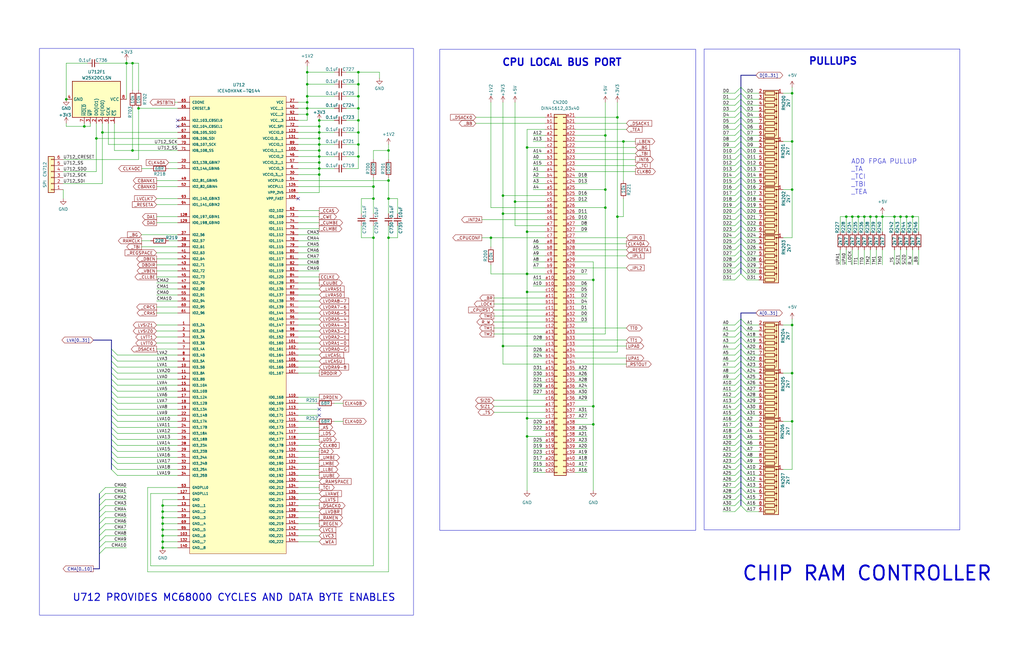
<source format=kicad_sch>
(kicad_sch (version 20231120) (generator "eeschema") (generator_version "8.0")
  (paper "B")
  (title_block (title "AMIGA PCI") (date "2024-07-17") (rev "4.0"))
  (junction (at 255.27 57.15))
  (junction (at 163.83 100.33))
  (junction (at 151.13 30.48))
  (junction (at 250.19 179.07))
  (junction (at 163.83 76.2))
  (junction (at 207.01 100.33))
  (junction (at 262.89 59.69))
  (junction (at 134.62 53.34))
  (junction (at 334.01 137.16))
  (junction (at 134.62 58.42))
  (junction (at 151.13 50.8))
  (junction (at 151.13 55.88))
  (junction (at 157.48 83.82))
  (junction (at 356.87 91.44))
  (junction (at 68.58 223.52))
  (junction (at 222.25 62.23))
  (junction (at 222.25 123.19))
  (junction (at 129.54 43.18))
  (junction (at 364.49 91.44))
  (junction (at 212.09 82.55))
  (junction (at 334.01 80.01))
  (junction (at 334.01 39.37))
  (junction (at 27.94 41.91))
  (junction (at 334.01 59.69))
  (junction (at 361.95 91.44))
  (junction (at 260.35 49.53))
  (junction (at 134.62 66.04))
  (junction (at 334.01 177.8))
  (junction (at 163.83 83.82))
  (junction (at 129.54 48.26))
  (junction (at 129.54 35.56))
  (junction (at 68.58 220.98))
  (junction (at 359.41 91.44))
  (junction (at 212.09 146.05))
  (junction (at 334.01 157.48))
  (junction (at 250.19 171.45))
  (junction (at 134.62 73.66))
  (junction (at 134.62 60.96))
  (junction (at 68.58 231.14))
  (junction (at 151.13 60.96))
  (junction (at 250.19 118.11))
  (junction (at 134.62 50.8))
  (junction (at 222.25 97.79))
  (junction (at 367.03 91.44))
  (junction (at 68.58 213.36))
  (junction (at 157.48 78.74))
  (junction (at 372.11 91.44))
  (junction (at 53.34 26.67))
  (junction (at 151.13 40.64))
  (junction (at 134.62 55.88))
  (junction (at 222.25 176.53))
  (junction (at 43.18 55.88))
  (junction (at 255.27 87.63))
  (junction (at 58.42 45.72))
  (junction (at 377.19 91.44))
  (junction (at 163.83 63.5))
  (junction (at 68.58 228.6))
  (junction (at 222.25 115.57))
  (junction (at 157.48 100.33))
  (junction (at 382.27 91.44))
  (junction (at 68.58 215.9))
  (junction (at 217.17 85.09))
  (junction (at 151.13 45.72))
  (junction (at 129.54 45.72))
  (junction (at 369.57 91.44))
  (junction (at 151.13 66.04))
  (junction (at 55.88 63.5))
  (junction (at 134.62 68.58))
  (junction (at 55.88 26.67))
  (junction (at 35.56 53.34))
  (junction (at 222.25 184.15))
  (junction (at 129.54 40.64))
  (junction (at 134.62 71.12))
  (junction (at 384.81 91.44))
  (junction (at 260.35 91.44))
  (junction (at 379.73 91.44))
  (junction (at 129.54 30.48))
  (junction (at 68.58 218.44))
  (junction (at 134.62 63.5))
  (junction (at 40.64 58.42))
  (junction (at 151.13 35.56))
  (junction (at 68.58 226.06))
  (junction (at 255.27 80.01))
  (junction (at 212.09 90.17))
  (no_connect (at 74.93 50.8))
  (no_connect (at 134.62 175.26))
  (no_connect (at 134.62 172.72))
  (no_connect (at 74.93 53.34))
  (no_connect (at 125.73 83.82))
  (bus_entry (at 314.96 185.42) (size -2.54 -2.54))
  (bus_entry (at 314.96 118.11) (size -2.54 -2.54))
  (bus_entry (at 314.96 154.94) (size -2.54 -2.54))
  (bus_entry (at 46.99 187.96) (size 2.54 2.54))
  (bus_entry (at 46.99 198.12) (size 2.54 2.54))
  (bus_entry (at 309.88 110.49) (size 2.54 -2.54))
  (bus_entry (at 309.88 137.16) (size 2.54 -2.54))
  (bus_entry (at 309.88 175.26) (size 2.54 -2.54))
  (bus_entry (at 314.96 142.24) (size -2.54 -2.54))
  (bus_entry (at 309.88 180.34) (size 2.54 -2.54))
  (bus_entry (at 314.96 208.28) (size -2.54 -2.54))
  (bus_entry (at 309.88 172.72) (size 2.54 -2.54))
  (bus_entry (at 314.96 44.45) (size -2.54 -2.54))
  (bus_entry (at 309.88 210.82) (size 2.54 -2.54))
  (bus_entry (at 46.99 195.58) (size 2.54 2.54))
  (bus_entry (at 314.96 215.9) (size -2.54 -2.54))
  (bus_entry (at 314.96 147.32) (size -2.54 -2.54))
  (bus_entry (at 314.96 175.26) (size -2.54 -2.54))
  (bus_entry (at 314.96 113.03) (size -2.54 -2.54))
  (bus_entry (at 314.96 198.12) (size -2.54 -2.54))
  (bus_entry (at 314.96 67.31) (size -2.54 -2.54))
  (bus_entry (at 314.96 110.49) (size -2.54 -2.54))
  (bus_entry (at 314.96 195.58) (size -2.54 -2.54))
  (bus_entry (at 309.88 195.58) (size 2.54 -2.54))
  (bus_entry (at 309.88 152.4) (size 2.54 -2.54))
  (bus_entry (at 309.88 54.61) (size 2.54 -2.54))
  (bus_entry (at 309.88 185.42) (size 2.54 -2.54))
  (bus_entry (at 314.96 64.77) (size -2.54 -2.54))
  (bus_entry (at 46.99 162.56) (size 2.54 2.54))
  (bus_entry (at 314.96 210.82) (size -2.54 -2.54))
  (bus_entry (at 46.99 177.8) (size 2.54 2.54))
  (bus_entry (at 309.88 182.88) (size 2.54 -2.54))
  (bus_entry (at 309.88 177.8) (size 2.54 -2.54))
  (bus_entry (at 309.88 64.77) (size 2.54 -2.54))
  (bus_entry (at 314.96 41.91) (size -2.54 -2.54))
  (bus_entry (at 309.88 82.55) (size 2.54 -2.54))
  (bus_entry (at 309.88 139.7) (size 2.54 -2.54))
  (bus_entry (at 314.96 54.61) (size -2.54 -2.54))
  (bus_entry (at 309.88 147.32) (size 2.54 -2.54))
  (bus_entry (at 309.88 74.93) (size 2.54 -2.54))
  (bus_entry (at 309.88 67.31) (size 2.54 -2.54))
  (bus_entry (at 309.88 87.63) (size 2.54 -2.54))
  (bus_entry (at 309.88 113.03) (size 2.54 -2.54))
  (bus_entry (at 314.96 180.34) (size -2.54 -2.54))
  (bus_entry (at 44.45 210.82) (size -2.54 2.54))
  (bus_entry (at 314.96 157.48) (size -2.54 -2.54))
  (bus_entry (at 309.88 213.36) (size 2.54 -2.54))
  (bus_entry (at 314.96 152.4) (size -2.54 -2.54))
  (bus_entry (at 309.88 160.02) (size 2.54 -2.54))
  (bus_entry (at 314.96 115.57) (size -2.54 -2.54))
  (bus_entry (at 314.96 105.41) (size -2.54 -2.54))
  (bus_entry (at 46.99 160.02) (size 2.54 2.54))
  (bus_entry (at 314.96 69.85) (size -2.54 -2.54))
  (bus_entry (at 314.96 193.04) (size -2.54 -2.54))
  (bus_entry (at 314.96 62.23) (size -2.54 -2.54))
  (bus_entry (at 46.99 157.48) (size 2.54 2.54))
  (bus_entry (at 314.96 144.78) (size -2.54 -2.54))
  (bus_entry (at 46.99 149.86) (size 2.54 2.54))
  (bus_entry (at 46.99 170.18) (size 2.54 2.54))
  (bus_entry (at 314.96 165.1) (size -2.54 -2.54))
  (bus_entry (at 309.88 90.17) (size 2.54 -2.54))
  (bus_entry (at 314.96 177.8) (size -2.54 -2.54))
  (bus_entry (at 309.88 170.18) (size 2.54 -2.54))
  (bus_entry (at 309.88 69.85) (size 2.54 -2.54))
  (bus_entry (at 309.88 97.79) (size 2.54 -2.54))
  (bus_entry (at 314.96 97.79) (size -2.54 -2.54))
  (bus_entry (at 314.96 72.39) (size -2.54 -2.54))
  (bus_entry (at 314.96 149.86) (size -2.54 -2.54))
  (bus_entry (at 314.96 90.17) (size -2.54 -2.54))
  (bus_entry (at 309.88 165.1) (size 2.54 -2.54))
  (bus_entry (at 46.99 190.5) (size 2.54 2.54))
  (bus_entry (at 314.96 139.7) (size -2.54 -2.54))
  (bus_entry (at 314.96 172.72) (size -2.54 -2.54))
  (bus_entry (at 309.88 193.04) (size 2.54 -2.54))
  (bus_entry (at 314.96 87.63) (size -2.54 -2.54))
  (bus_entry (at 314.96 59.69) (size -2.54 -2.54))
  (bus_entry (at 314.96 102.87) (size -2.54 -2.54))
  (bus_entry (at 314.96 57.15) (size -2.54 -2.54))
  (bus_entry (at 309.88 46.99) (size 2.54 -2.54))
  (bus_entry (at 309.88 59.69) (size 2.54 -2.54))
  (bus_entry (at 314.96 137.16) (size -2.54 -2.54))
  (bus_entry (at 309.88 85.09) (size 2.54 -2.54))
  (bus_entry (at 44.45 231.14) (size -2.54 2.54))
  (bus_entry (at 309.88 95.25) (size 2.54 -2.54))
  (bus_entry (at 314.96 82.55) (size -2.54 -2.54))
  (bus_entry (at 46.99 193.04) (size 2.54 2.54))
  (bus_entry (at 44.45 205.74) (size -2.54 2.54))
  (bus_entry (at 46.99 175.26) (size 2.54 2.54))
  (bus_entry (at 309.88 102.87) (size 2.54 -2.54))
  (bus_entry (at 309.88 41.91) (size 2.54 -2.54))
  (bus_entry (at 309.88 167.64) (size 2.54 -2.54))
  (bus_entry (at 309.88 39.37) (size 2.54 -2.54))
  (bus_entry (at 309.88 44.45) (size 2.54 -2.54))
  (bus_entry (at 309.88 157.48) (size 2.54 -2.54))
  (bus_entry (at 46.99 154.94) (size 2.54 2.54))
  (bus_entry (at 44.45 223.52) (size -2.54 2.54))
  (bus_entry (at 314.96 205.74) (size -2.54 -2.54))
  (bus_entry (at 44.45 226.06) (size -2.54 2.54))
  (bus_entry (at 309.88 187.96) (size 2.54 -2.54))
  (bus_entry (at 314.96 190.5) (size -2.54 -2.54))
  (bus_entry (at 314.96 80.01) (size -2.54 -2.54))
  (bus_entry (at 309.88 118.11) (size 2.54 -2.54))
  (bus_entry (at 44.45 215.9) (size -2.54 2.54))
  (bus_entry (at 314.96 95.25) (size -2.54 -2.54))
  (bus_entry (at 314.96 49.53) (size -2.54 -2.54))
  (bus_entry (at 314.96 100.33) (size -2.54 -2.54))
  (bus_entry (at 314.96 162.56) (size -2.54 -2.54))
  (bus_entry (at 46.99 180.34) (size 2.54 2.54))
  (bus_entry (at 46.99 147.32) (size 2.54 2.54))
  (bus_entry (at 46.99 165.1) (size 2.54 2.54))
  (bus_entry (at 314.96 213.36) (size -2.54 -2.54))
  (bus_entry (at 314.96 107.95) (size -2.54 -2.54))
  (bus_entry (at 309.88 203.2) (size 2.54 -2.54))
  (bus_entry (at 314.96 39.37) (size -2.54 -2.54))
  (bus_entry (at 314.96 92.71) (size -2.54 -2.54))
  (bus_entry (at 314.96 74.93) (size -2.54 -2.54))
  (bus_entry (at 309.88 144.78) (size 2.54 -2.54))
  (bus_entry (at 309.88 200.66) (size 2.54 -2.54))
  (bus_entry (at 309.88 198.12) (size 2.54 -2.54))
  (bus_entry (at 309.88 154.94) (size 2.54 -2.54))
  (bus_entry (at 44.45 220.98) (size -2.54 2.54))
  (bus_entry (at 309.88 105.41) (size 2.54 -2.54))
  (bus_entry (at 309.88 190.5) (size 2.54 -2.54))
  (bus_entry (at 314.96 167.64) (size -2.54 -2.54))
  (bus_entry (at 309.88 142.24) (size 2.54 -2.54))
  (bus_entry (at 44.45 228.6) (size -2.54 2.54))
  (bus_entry (at 309.88 115.57) (size 2.54 -2.54))
  (bus_entry (at 309.88 205.74) (size 2.54 -2.54))
  (bus_entry (at 309.88 77.47) (size 2.54 -2.54))
  (bus_entry (at 314.96 182.88) (size -2.54 -2.54))
  (bus_entry (at 309.88 72.39) (size 2.54 -2.54))
  (bus_entry (at 44.45 208.28) (size -2.54 2.54))
  (bus_entry (at 46.99 167.64) (size 2.54 2.54))
  (bus_entry (at 309.88 49.53) (size 2.54 -2.54))
  (bus_entry (at 309.88 208.28) (size 2.54 -2.54))
  (bus_entry (at 314.96 203.2) (size -2.54 -2.54))
  (bus_entry (at 309.88 92.71) (size 2.54 -2.54))
  (bus_entry (at 309.88 100.33) (size 2.54 -2.54))
  (bus_entry (at 309.88 215.9) (size 2.54 -2.54))
  (bus_entry (at 44.45 218.44) (size -2.54 2.54))
  (bus_entry (at 46.99 152.4) (size 2.54 2.54))
  (bus_entry (at 309.88 107.95) (size 2.54 -2.54))
  (bus_entry (at 314.96 77.47) (size -2.54 -2.54))
  (bus_entry (at 309.88 57.15) (size 2.54 -2.54))
  (bus_entry (at 314.96 85.09) (size -2.54 -2.54))
  (bus_entry (at 46.99 182.88) (size 2.54 2.54))
  (bus_entry (at 46.99 172.72) (size 2.54 2.54))
  (bus_entry (at 314.96 46.99) (size -2.54 -2.54))
  (bus_entry (at 309.88 80.01) (size 2.54 -2.54))
  (bus_entry (at 314.96 170.18) (size -2.54 -2.54))
  (bus_entry (at 314.96 160.02) (size -2.54 -2.54))
  (bus_entry (at 314.96 52.07) (size -2.54 -2.54))
  (bus_entry (at 314.96 200.66) (size -2.54 -2.54))
  (bus_entry (at 314.96 187.96) (size -2.54 -2.54))
  (bus_entry (at 309.88 149.86) (size 2.54 -2.54))
  (bus_entry (at 309.88 52.07) (size 2.54 -2.54))
  (bus_entry (at 46.99 185.42) (size 2.54 2.54))
  (bus_entry (at 44.45 213.36) (size -2.54 2.54))
  (bus_entry (at 309.88 162.56) (size 2.54 -2.54))
  (bus_entry (at 309.88 62.23) (size 2.54 -2.54))
  (wire (pts (xy 364.49 105.41) (xy 364.49 111.76)))
  (wire (pts (xy 242.57 100.33) (xy 264.16 100.33)))
  (wire (pts (xy 53.34 26.67) (xy 41.91 26.67)))
  (wire (pts (xy 129.54 40.64) (xy 129.54 43.18)))
  (wire (pts (xy 146.05 55.88) (xy 151.13 55.88)))
  (wire (pts (xy 320.04 203.2) (xy 314.96 203.2)))
  (bus (pts (xy 312.42 142.24) (xy 312.42 144.78)))
  (wire (pts (xy 224.79 161.29) (xy 229.87 161.29)))
  (wire (pts (xy 247.65 123.19) (xy 242.57 123.19)))
  (wire (pts (xy 212.09 90.17) (xy 212.09 146.05)))
  (wire (pts (xy 320.04 92.71) (xy 314.96 92.71)))
  (wire (pts (xy 320.04 49.53) (xy 314.96 49.53)))
  (wire (pts (xy 74.93 83.82) (xy 66.04 83.82)))
  (wire (pts (xy 134.62 134.62) (xy 125.73 134.62)))
  (wire (pts (xy 224.79 163.83) (xy 229.87 163.83)))
  (wire (pts (xy 134.62 60.96) (xy 134.62 63.5)))
  (bus (pts (xy 312.42 208.28) (xy 312.42 210.82)))
  (wire (pts (xy 242.57 72.39) (xy 267.97 72.39)))
  (wire (pts (xy 49.53 160.02) (xy 74.93 160.02)))
  (wire (pts (xy 62.23 241.3) (xy 163.83 241.3)))
  (wire (pts (xy 53.34 41.91) (xy 53.34 26.67)))
  (wire (pts (xy 151.13 60.96) (xy 151.13 66.04)))
  (wire (pts (xy 55.88 26.67) (xy 53.34 26.67)))
  (wire (pts (xy 62.23 205.74) (xy 74.93 205.74)))
  (wire (pts (xy 304.8 107.95) (xy 309.88 107.95)))
  (wire (pts (xy 224.79 181.61) (xy 229.87 181.61)))
  (bus (pts (xy 312.42 110.49) (xy 312.42 107.95)))
  (wire (pts (xy 242.57 146.05) (xy 264.16 146.05)))
  (wire (pts (xy 68.58 215.9) (xy 74.93 215.9)))
  (wire (pts (xy 74.93 78.74) (xy 66.04 78.74)))
  (wire (pts (xy 222.25 123.19) (xy 222.25 176.53)))
  (bus (pts (xy 312.42 59.69) (xy 312.42 57.15)))
  (wire (pts (xy 304.8 64.77) (xy 309.88 64.77)))
  (wire (pts (xy 66.04 137.16) (xy 74.93 137.16)))
  (wire (pts (xy 134.62 142.24) (xy 125.73 142.24)))
  (wire (pts (xy 134.62 147.32) (xy 125.73 147.32)))
  (wire (pts (xy 354.33 97.79) (xy 354.33 91.44)))
  (wire (pts (xy 379.73 111.76) (xy 379.73 105.41)))
  (wire (pts (xy 207.01 111.76) (xy 207.01 115.57)))
  (wire (pts (xy 224.79 158.75) (xy 229.87 158.75)))
  (wire (pts (xy 207.01 43.18) (xy 207.01 87.63)))
  (wire (pts (xy 74.93 129.54) (xy 66.04 129.54)))
  (wire (pts (xy 125.73 58.42) (xy 134.62 58.42)))
  (wire (pts (xy 224.79 74.93) (xy 229.87 74.93)))
  (wire (pts (xy 377.19 91.44) (xy 377.19 97.79)))
  (wire (pts (xy 354.33 91.44) (xy 356.87 91.44)))
  (wire (pts (xy 157.48 90.17) (xy 157.48 83.82)))
  (bus (pts (xy 312.42 107.95) (xy 312.42 105.41)))
  (wire (pts (xy 304.8 118.11) (xy 309.88 118.11)))
  (wire (pts (xy 49.53 185.42) (xy 74.93 185.42)))
  (bus (pts (xy 312.42 180.34) (xy 312.42 182.88)))
  (wire (pts (xy 58.42 67.31) (xy 58.42 45.72)))
  (wire (pts (xy 320.04 67.31) (xy 314.96 67.31)))
  (wire (pts (xy 27.94 26.67) (xy 36.83 26.67)))
  (wire (pts (xy 163.83 90.17) (xy 163.83 83.82)))
  (wire (pts (xy 334.01 177.8) (xy 334.01 198.12)))
  (wire (pts (xy 304.8 165.1) (xy 309.88 165.1)))
  (wire (pts (xy 304.8 185.42) (xy 309.88 185.42)))
  (wire (pts (xy 125.73 129.54) (xy 134.62 129.54)))
  (wire (pts (xy 125.73 170.18) (xy 133.35 170.18)))
  (wire (pts (xy 74.93 127) (xy 66.04 127)))
  (wire (pts (xy 125.73 226.06) (xy 134.62 226.06)))
  (wire (pts (xy 247.65 95.25) (xy 242.57 95.25)))
  (wire (pts (xy 247.65 168.91) (xy 242.57 168.91)))
  (wire (pts (xy 242.57 171.45) (xy 250.19 171.45)))
  (wire (pts (xy 304.8 147.32) (xy 309.88 147.32)))
  (wire (pts (xy 384.81 91.44) (xy 387.35 91.44)))
  (wire (pts (xy 320.04 82.55) (xy 314.96 82.55)))
  (wire (pts (xy 247.65 97.79) (xy 242.57 97.79)))
  (wire (pts (xy 134.62 127) (xy 125.73 127)))
  (wire (pts (xy 364.49 91.44) (xy 364.49 97.79)))
  (wire (pts (xy 134.62 137.16) (xy 125.73 137.16)))
  (bus (pts (xy 312.42 67.31) (xy 312.42 64.77)))
  (wire (pts (xy 242.57 59.69) (xy 262.89 59.69)))
  (wire (pts (xy 224.79 107.95) (xy 229.87 107.95)))
  (wire (pts (xy 334.01 59.69) (xy 334.01 80.01)))
  (wire (pts (xy 361.95 91.44) (xy 361.95 97.79)))
  (bus (pts (xy 41.91 226.06) (xy 41.91 228.6)))
  (wire (pts (xy 304.8 215.9) (xy 309.88 215.9)))
  (wire (pts (xy 304.8 160.02) (xy 309.88 160.02)))
  (wire (pts (xy 330.2 100.33) (xy 334.01 100.33)))
  (wire (pts (xy 320.04 149.86) (xy 314.96 149.86)))
  (bus (pts (xy 41.91 233.68) (xy 41.91 240.03)))
  (wire (pts (xy 134.62 63.5) (xy 134.62 66.04)))
  (wire (pts (xy 208.28 168.91) (xy 229.87 168.91)))
  (wire (pts (xy 140.97 170.18) (xy 144.78 170.18)))
  (wire (pts (xy 304.8 195.58) (xy 309.88 195.58)))
  (wire (pts (xy 125.73 45.72) (xy 129.54 45.72)))
  (bus (pts (xy 312.42 44.45) (xy 312.42 41.91)))
  (wire (pts (xy 320.04 59.69) (xy 314.96 59.69)))
  (wire (pts (xy 26.67 72.39) (xy 40.64 72.39)))
  (wire (pts (xy 157.48 74.93) (xy 157.48 78.74)))
  (wire (pts (xy 334.01 39.37) (xy 334.01 59.69)))
  (wire (pts (xy 55.88 63.5) (xy 74.93 63.5)))
  (wire (pts (xy 212.09 153.67) (xy 212.09 146.05)))
  (bus (pts (xy 312.42 167.64) (xy 312.42 170.18)))
  (wire (pts (xy 304.8 162.56) (xy 309.88 162.56)))
  (wire (pts (xy 134.62 114.3) (xy 125.73 114.3)))
  (wire (pts (xy 40.64 52.07) (xy 40.64 58.42)))
  (wire (pts (xy 334.01 157.48) (xy 334.01 177.8)))
  (wire (pts (xy 208.28 140.97) (xy 229.87 140.97)))
  (wire (pts (xy 224.79 69.85) (xy 229.87 69.85)))
  (wire (pts (xy 356.87 91.44) (xy 356.87 97.79)))
  (wire (pts (xy 242.57 52.07) (xy 264.16 52.07)))
  (wire (pts (xy 247.65 135.89) (xy 242.57 135.89)))
  (bus (pts (xy 312.42 137.16) (xy 312.42 139.7)))
  (wire (pts (xy 49.53 190.5) (xy 74.93 190.5)))
  (wire (pts (xy 125.73 132.08) (xy 134.62 132.08)))
  (wire (pts (xy 304.8 210.82) (xy 309.88 210.82)))
  (wire (pts (xy 304.8 46.99) (xy 309.88 46.99)))
  (wire (pts (xy 125.73 76.2) (xy 163.83 76.2)))
  (bus (pts (xy 312.42 52.07) (xy 312.42 49.53)))
  (wire (pts (xy 361.95 105.41) (xy 361.95 111.76)))
  (wire (pts (xy 134.62 81.28) (xy 125.73 81.28)))
  (wire (pts (xy 134.62 195.58) (xy 125.73 195.58)))
  (wire (pts (xy 125.73 60.96) (xy 134.62 60.96)))
  (wire (pts (xy 129.54 48.26) (xy 129.54 50.8)))
  (wire (pts (xy 242.57 143.51) (xy 264.16 143.51)))
  (wire (pts (xy 304.8 193.04) (xy 309.88 193.04)))
  (wire (pts (xy 247.65 133.35) (xy 242.57 133.35)))
  (bus (pts (xy 39.37 143.51) (xy 46.99 143.51)))
  (wire (pts (xy 125.73 208.28) (xy 134.62 208.28)))
  (wire (pts (xy 224.79 118.11) (xy 229.87 118.11)))
  (wire (pts (xy 330.2 59.69) (xy 334.01 59.69)))
  (wire (pts (xy 304.8 102.87) (xy 309.88 102.87)))
  (wire (pts (xy 44.45 210.82) (xy 53.34 210.82)))
  (bus (pts (xy 312.42 175.26) (xy 312.42 177.8)))
  (wire (pts (xy 49.53 193.04) (xy 74.93 193.04)))
  (wire (pts (xy 151.13 66.04) (xy 151.13 71.12)))
  (wire (pts (xy 125.73 116.84) (xy 134.62 116.84)))
  (wire (pts (xy 320.04 165.1) (xy 314.96 165.1)))
  (wire (pts (xy 212.09 43.18) (xy 212.09 82.55)))
  (wire (pts (xy 304.8 137.16) (xy 309.88 137.16)))
  (wire (pts (xy 320.04 190.5) (xy 314.96 190.5)))
  (wire (pts (xy 304.8 200.66) (xy 309.88 200.66)))
  (wire (pts (xy 262.89 59.69) (xy 267.97 59.69)))
  (bus (pts (xy 312.42 195.58) (xy 312.42 198.12)))
  (wire (pts (xy 330.2 157.48) (xy 334.01 157.48)))
  (wire (pts (xy 304.8 157.48) (xy 309.88 157.48)))
  (wire (pts (xy 207.01 87.63) (xy 229.87 87.63)))
  (wire (pts (xy 35.56 53.34) (xy 35.56 52.07)))
  (wire (pts (xy 125.73 218.44) (xy 134.62 218.44)))
  (bus (pts (xy 312.42 147.32) (xy 312.42 149.86)))
  (wire (pts (xy 125.73 66.04) (xy 134.62 66.04)))
  (bus (pts (xy 312.42 113.03) (xy 312.42 110.49)))
  (bus (pts (xy 312.42 54.61) (xy 312.42 52.07)))
  (wire (pts (xy 242.57 69.85) (xy 267.97 69.85)))
  (bus (pts (xy 312.42 144.78) (xy 312.42 147.32)))
  (bus (pts (xy 46.99 195.58) (xy 46.99 193.04)))
  (bus (pts (xy 46.99 172.72) (xy 46.99 170.18)))
  (wire (pts (xy 304.8 87.63) (xy 309.88 87.63)))
  (wire (pts (xy 367.03 91.44) (xy 367.03 97.79)))
  (wire (pts (xy 247.65 186.69) (xy 242.57 186.69)))
  (wire (pts (xy 125.73 205.74) (xy 134.62 205.74)))
  (wire (pts (xy 304.8 167.64) (xy 309.88 167.64)))
  (wire (pts (xy 224.79 64.77) (xy 229.87 64.77)))
  (wire (pts (xy 242.57 113.03) (xy 264.16 113.03)))
  (wire (pts (xy 382.27 111.76) (xy 382.27 105.41)))
  (wire (pts (xy 217.17 85.09) (xy 217.17 95.25)))
  (wire (pts (xy 134.62 198.12) (xy 125.73 198.12)))
  (wire (pts (xy 247.65 115.57) (xy 242.57 115.57)))
  (wire (pts (xy 387.35 111.76) (xy 387.35 105.41)))
  (wire (pts (xy 134.62 203.2) (xy 125.73 203.2)))
  (bus (pts (xy 46.99 149.86) (xy 46.99 147.32)))
  (wire (pts (xy 304.8 69.85) (xy 309.88 69.85)))
  (wire (pts (xy 304.8 152.4) (xy 309.88 152.4)))
  (bus (pts (xy 312.42 162.56) (xy 312.42 165.1)))
  (wire (pts (xy 134.62 193.04) (xy 125.73 193.04)))
  (wire (pts (xy 334.01 39.37) (xy 330.2 39.37)))
  (wire (pts (xy 222.25 62.23) (xy 222.25 97.79)))
  (wire (pts (xy 320.04 160.02) (xy 314.96 160.02)))
  (wire (pts (xy 320.04 102.87) (xy 314.96 102.87)))
  (wire (pts (xy 224.79 113.03) (xy 229.87 113.03)))
  (wire (pts (xy 247.65 130.81) (xy 242.57 130.81)))
  (wire (pts (xy 58.42 45.72) (xy 74.93 45.72)))
  (bus (pts (xy 312.42 74.93) (xy 312.42 72.39)))
  (wire (pts (xy 222.25 176.53) (xy 229.87 176.53)))
  (wire (pts (xy 222.25 176.53) (xy 222.25 184.15)))
  (wire (pts (xy 134.62 71.12) (xy 140.97 71.12)))
  (wire (pts (xy 262.89 59.69) (xy 262.89 76.2)))
  (wire (pts (xy 74.93 142.24) (xy 66.04 142.24)))
  (wire (pts (xy 320.04 154.94) (xy 314.96 154.94)))
  (wire (pts (xy 242.57 49.53) (xy 260.35 49.53)))
  (wire (pts (xy 68.58 215.9) (xy 68.58 218.44)))
  (wire (pts (xy 44.45 228.6) (xy 53.34 228.6)))
  (wire (pts (xy 134.62 68.58) (xy 134.62 71.12)))
  (wire (pts (xy 222.25 115.57) (xy 222.25 123.19)))
  (bus (pts (xy 46.99 175.26) (xy 46.99 172.72)))
  (wire (pts (xy 247.65 82.55) (xy 242.57 82.55)))
  (wire (pts (xy 242.57 62.23) (xy 267.97 62.23)))
  (wire (pts (xy 379.73 91.44) (xy 379.73 97.79)))
  (wire (pts (xy 320.04 172.72) (xy 314.96 172.72)))
  (wire (pts (xy 125.73 68.58) (xy 134.62 68.58)))
  (wire (pts (xy 224.79 186.69) (xy 229.87 186.69)))
  (bus (pts (xy 312.42 77.47) (xy 312.42 74.93)))
  (wire (pts (xy 320.04 187.96) (xy 314.96 187.96)))
  (wire (pts (xy 134.62 167.64) (xy 125.73 167.64)))
  (wire (pts (xy 224.79 59.69) (xy 229.87 59.69)))
  (bus (pts (xy 312.42 157.48) (xy 312.42 160.02)))
  (wire (pts (xy 125.73 101.6) (xy 134.62 101.6)))
  (bus (pts (xy 312.42 102.87) (xy 312.42 100.33)))
  (bus (pts (xy 46.99 170.18) (xy 46.99 167.64)))
  (wire (pts (xy 134.62 172.72) (xy 125.73 172.72)))
  (wire (pts (xy 224.79 67.31) (xy 229.87 67.31)))
  (wire (pts (xy 222.25 62.23) (xy 229.87 62.23)))
  (wire (pts (xy 49.53 175.26) (xy 74.93 175.26)))
  (wire (pts (xy 320.04 57.15) (xy 314.96 57.15)))
  (wire (pts (xy 304.8 175.26) (xy 309.88 175.26)))
  (wire (pts (xy 151.13 35.56) (xy 151.13 30.48)))
  (wire (pts (xy 222.25 184.15) (xy 229.87 184.15)))
  (wire (pts (xy 125.73 139.7) (xy 134.62 139.7)))
  (wire (pts (xy 224.79 191.77) (xy 229.87 191.77)))
  (wire (pts (xy 43.18 55.88) (xy 74.93 55.88)))
  (wire (pts (xy 129.54 27.94) (xy 129.54 30.48)))
  (bus (pts (xy 312.42 205.74) (xy 312.42 208.28)))
  (wire (pts (xy 247.65 92.71) (xy 242.57 92.71)))
  (wire (pts (xy 74.93 116.84) (xy 66.04 116.84)))
  (wire (pts (xy 66.04 147.32) (xy 74.93 147.32)))
  (wire (pts (xy 45.72 60.96) (xy 45.72 52.07)))
  (wire (pts (xy 320.04 170.18) (xy 314.96 170.18)))
  (wire (pts (xy 356.87 105.41) (xy 356.87 111.76)))
  (wire (pts (xy 247.65 120.65) (xy 242.57 120.65)))
  (bus (pts (xy 46.99 190.5) (xy 46.99 187.96)))
  (wire (pts (xy 129.54 43.18) (xy 129.54 45.72)))
  (wire (pts (xy 372.11 105.41) (xy 372.11 111.76)))
  (bus (pts (xy 46.99 147.32) (xy 46.99 143.51)))
  (wire (pts (xy 247.65 163.83) (xy 242.57 163.83)))
  (wire (pts (xy 304.8 190.5) (xy 309.88 190.5)))
  (wire (pts (xy 304.8 92.71) (xy 309.88 92.71)))
  (bus (pts (xy 46.99 162.56) (xy 46.99 160.02)))
  (wire (pts (xy 320.04 210.82) (xy 314.96 210.82)))
  (wire (pts (xy 359.41 91.44) (xy 361.95 91.44)))
  (wire (pts (xy 260.35 91.44) (xy 260.35 148.59)))
  (wire (pts (xy 320.04 152.4) (xy 314.96 152.4)))
  (wire (pts (xy 208.28 171.45) (xy 229.87 171.45)))
  (wire (pts (xy 68.58 213.36) (xy 74.93 213.36)))
  (wire (pts (xy 146.05 35.56) (xy 151.13 35.56)))
  (bus (pts (xy 41.91 223.52) (xy 41.91 226.06)))
  (wire (pts (xy 229.87 95.25) (xy 217.17 95.25)))
  (wire (pts (xy 334.01 36.83) (xy 334.01 39.37)))
  (wire (pts (xy 247.65 176.53) (xy 242.57 176.53)))
  (wire (pts (xy 59.69 101.6) (xy 63.5 101.6)))
  (wire (pts (xy 203.2 100.33) (xy 207.01 100.33)))
  (bus (pts (xy 312.42 160.02) (xy 312.42 162.56)))
  (wire (pts (xy 320.04 54.61) (xy 314.96 54.61)))
  (wire (pts (xy 125.73 106.68) (xy 134.62 106.68)))
  (wire (pts (xy 320.04 87.63) (xy 314.96 87.63)))
  (bus (pts (xy 41.91 215.9) (xy 41.91 218.44)))
  (wire (pts (xy 224.79 199.39) (xy 229.87 199.39)))
  (wire (pts (xy 35.56 53.34) (xy 38.1 53.34)))
  (wire (pts (xy 125.73 152.4) (xy 134.62 152.4)))
  (bus (pts (xy 312.42 69.85) (xy 312.42 67.31)))
  (wire (pts (xy 224.79 105.41) (xy 229.87 105.41)))
  (wire (pts (xy 152.4 100.33) (xy 157.48 100.33)))
  (wire (pts (xy 224.79 143.51) (xy 229.87 143.51)))
  (wire (pts (xy 320.04 41.91) (xy 314.96 41.91)))
  (wire (pts (xy 68.58 223.52) (xy 74.93 223.52)))
  (wire (pts (xy 304.8 115.57) (xy 309.88 115.57)))
  (bus (pts (xy 41.91 220.98) (xy 41.91 223.52)))
  (wire (pts (xy 247.65 189.23) (xy 242.57 189.23)))
  (wire (pts (xy 44.45 215.9) (xy 53.34 215.9)))
  (bus (pts (xy 312.42 203.2) (xy 312.42 205.74)))
  (bus (pts (xy 41.91 210.82) (xy 41.91 213.36)))
  (bus (pts (xy 41.91 218.44) (xy 41.91 220.98)))
  (wire (pts (xy 134.62 228.6) (xy 125.73 228.6)))
  (wire (pts (xy 74.93 76.2) (xy 66.04 76.2)))
  (wire (pts (xy 27.94 53.34) (xy 27.94 52.07)))
  (wire (pts (xy 320.04 118.11) (xy 314.96 118.11)))
  (wire (pts (xy 49.53 154.94) (xy 74.93 154.94)))
  (wire (pts (xy 320.04 208.28) (xy 314.96 208.28)))
  (wire (pts (xy 320.04 213.36) (xy 314.96 213.36)))
  (wire (pts (xy 320.04 52.07) (xy 314.96 52.07)))
  (bus (pts (xy 41.91 240.03) (xy 39.37 240.03)))
  (wire (pts (xy 129.54 45.72) (xy 140.97 45.72)))
  (wire (pts (xy 125.73 124.46) (xy 134.62 124.46)))
  (wire (pts (xy 304.8 170.18) (xy 309.88 170.18)))
  (bus (pts (xy 312.42 87.63) (xy 312.42 85.09)))
  (wire (pts (xy 222.25 54.61) (xy 222.25 62.23)))
  (wire (pts (xy 247.65 85.09) (xy 242.57 85.09)))
  (wire (pts (xy 49.53 200.66) (xy 74.93 200.66)))
  (wire (pts (xy 320.04 69.85) (xy 314.96 69.85)))
  (wire (pts (xy 247.65 74.93) (xy 242.57 74.93)))
  (wire (pts (xy 74.93 114.3) (xy 66.04 114.3)))
  (wire (pts (xy 68.58 218.44) (xy 74.93 218.44)))
  (wire (pts (xy 44.45 208.28) (xy 53.34 208.28)))
  (wire (pts (xy 134.62 119.38) (xy 125.73 119.38)))
  (bus (pts (xy 46.99 187.96) (xy 46.99 185.42)))
  (wire (pts (xy 247.65 173.99) (xy 242.57 173.99)))
  (wire (pts (xy 304.8 110.49) (xy 309.88 110.49)))
  (wire (pts (xy 74.93 93.98) (xy 66.04 93.98)))
  (wire (pts (xy 224.79 110.49) (xy 229.87 110.49)))
  (wire (pts (xy 260.35 91.44) (xy 262.89 91.44)))
  (wire (pts (xy 49.53 157.48) (xy 74.93 157.48)))
  (wire (pts (xy 134.62 71.12) (xy 134.62 73.66)))
  (wire (pts (xy 134.62 66.04) (xy 140.97 66.04)))
  (wire (pts (xy 129.54 30.48) (xy 129.54 35.56)))
  (wire (pts (xy 68.58 220.98) (xy 74.93 220.98)))
  (wire (pts (xy 74.93 91.44) (xy 66.04 91.44)))
  (wire (pts (xy 222.25 97.79) (xy 222.25 115.57)))
  (bus (pts (xy 312.42 31.75) (xy 318.77 31.75)))
  (wire (pts (xy 255.27 57.15) (xy 255.27 80.01)))
  (wire (pts (xy 66.04 121.92) (xy 74.93 121.92)))
  (wire (pts (xy 255.27 43.18) (xy 255.27 57.15)))
  (wire (pts (xy 334.01 177.8) (xy 330.2 177.8)))
  (wire (pts (xy 320.04 100.33) (xy 314.96 100.33)))
  (wire (pts (xy 44.45 205.74) (xy 53.34 205.74)))
  (wire (pts (xy 208.28 130.81) (xy 229.87 130.81)))
  (bus (pts (xy 312.42 149.86) (xy 312.42 152.4)))
  (wire (pts (xy 224.79 166.37) (xy 229.87 166.37)))
  (wire (pts (xy 68.58 226.06) (xy 74.93 226.06)))
  (bus (pts (xy 312.42 198.12) (xy 312.42 200.66)))
  (wire (pts (xy 247.65 196.85) (xy 242.57 196.85)))
  (wire (pts (xy 68.58 223.52) (xy 68.58 226.06)))
  (wire (pts (xy 146.05 45.72) (xy 151.13 45.72)))
  (bus (pts (xy 312.42 41.91) (xy 312.42 39.37)))
  (bus (pts (xy 312.42 134.62) (xy 312.42 137.16)))
  (wire (pts (xy 44.45 231.14) (xy 53.34 231.14)))
  (wire (pts (xy 49.53 198.12) (xy 74.93 198.12)))
  (wire (pts (xy 40.64 72.39) (xy 40.64 58.42)))
  (wire (pts (xy 146.05 66.04) (xy 151.13 66.04)))
  (wire (pts (xy 125.73 177.8) (xy 133.35 177.8)))
  (wire (pts (xy 320.04 162.56) (xy 314.96 162.56)))
  (wire (pts (xy 49.53 187.96) (xy 74.93 187.96)))
  (wire (pts (xy 66.04 144.78) (xy 74.93 144.78)))
  (wire (pts (xy 66.04 119.38) (xy 74.93 119.38)))
  (bus (pts (xy 312.42 182.88) (xy 312.42 185.42)))
  (wire (pts (xy 224.79 72.39) (xy 229.87 72.39)))
  (wire (pts (xy 125.73 93.98) (xy 134.62 93.98)))
  (wire (pts (xy 320.04 44.45) (xy 314.96 44.45)))
  (wire (pts (xy 208.28 133.35) (xy 229.87 133.35)))
  (wire (pts (xy 356.87 91.44) (xy 359.41 91.44)))
  (bus (pts (xy 41.91 208.28) (xy 41.91 210.82)))
  (wire (pts (xy 247.65 128.27) (xy 242.57 128.27)))
  (bus (pts (xy 46.99 154.94) (xy 46.99 152.4)))
  (wire (pts (xy 71.12 101.6) (xy 74.93 101.6)))
  (wire (pts (xy 320.04 177.8) (xy 314.96 177.8)))
  (wire (pts (xy 63.5 71.12) (xy 59.69 71.12)))
  (wire (pts (xy 66.04 111.76) (xy 74.93 111.76)))
  (wire (pts (xy 68.58 226.06) (xy 68.58 228.6)))
  (wire (pts (xy 55.88 45.72) (xy 55.88 63.5)))
  (wire (pts (xy 125.73 213.36) (xy 134.62 213.36)))
  (bus (pts (xy 46.99 167.64) (xy 46.99 165.1)))
  (wire (pts (xy 151.13 30.48) (xy 146.05 30.48)))
  (wire (pts (xy 125.73 210.82) (xy 134.62 210.82)))
  (wire (pts (xy 48.26 63.5) (xy 48.26 52.07)))
  (bus (pts (xy 312.42 154.94) (xy 312.42 157.48)))
  (wire (pts (xy 146.05 40.64) (xy 151.13 40.64)))
  (wire (pts (xy 320.04 62.23) (xy 314.96 62.23)))
  (wire (pts (xy 129.54 30.48) (xy 140.97 30.48)))
  (wire (pts (xy 320.04 115.57) (xy 314.96 115.57)))
  (wire (pts (xy 134.62 55.88) (xy 134.62 58.42)))
  (wire (pts (xy 242.57 118.11) (xy 250.19 118.11)))
  (wire (pts (xy 49.53 172.72) (xy 74.93 172.72)))
  (wire (pts (xy 157.48 78.74) (xy 157.48 83.82)))
  (wire (pts (xy 134.62 73.66) (xy 134.62 81.28)))
  (wire (pts (xy 134.62 50.8) (xy 134.62 53.34)))
  (wire (pts (xy 49.53 162.56) (xy 74.93 162.56)))
  (wire (pts (xy 26.67 77.47) (xy 43.18 77.47)))
  (bus (pts (xy 312.42 57.15) (xy 312.42 54.61)))
  (wire (pts (xy 151.13 45.72) (xy 151.13 40.64)))
  (bus (pts (xy 312.42 49.53) (xy 312.42 46.99)))
  (wire (pts (xy 364.49 91.44) (xy 367.03 91.44)))
  (wire (pts (xy 74.93 104.14) (xy 59.69 104.14)))
  (wire (pts (xy 334.01 80.01) (xy 334.01 100.33)))
  (wire (pts (xy 320.04 80.01) (xy 314.96 80.01)))
  (wire (pts (xy 151.13 40.64) (xy 151.13 35.56)))
  (wire (pts (xy 68.58 210.82) (xy 68.58 213.36)))
  (wire (pts (xy 134.62 50.8) (xy 140.97 50.8)))
  (wire (pts (xy 379.73 91.44) (xy 382.27 91.44)))
  (wire (pts (xy 74.93 68.58) (xy 71.12 68.58)))
  (wire (pts (xy 224.79 151.13) (xy 229.87 151.13)))
  (bus (pts (xy 312.42 190.5) (xy 312.42 193.04)))
  (wire (pts (xy 304.8 154.94) (xy 309.88 154.94)))
  (wire (pts (xy 152.4 90.17) (xy 152.4 83.82)))
  (wire (pts (xy 382.27 91.44) (xy 384.81 91.44)))
  (wire (pts (xy 26.67 67.31) (xy 58.42 67.31)))
  (wire (pts (xy 134.62 66.04) (xy 134.62 68.58)))
  (wire (pts (xy 304.8 139.7) (xy 309.88 139.7)))
  (wire (pts (xy 304.8 205.74) (xy 309.88 205.74)))
  (bus (pts (xy 312.42 132.08) (xy 318.77 132.08)))
  (wire (pts (xy 129.54 35.56) (xy 140.97 35.56)))
  (bus (pts (xy 46.99 160.02) (xy 46.99 157.48)))
  (wire (pts (xy 224.79 120.65) (xy 229.87 120.65)))
  (wire (pts (xy 163.83 74.93) (xy 163.83 76.2)))
  (wire (pts (xy 247.65 194.31) (xy 242.57 194.31)))
  (wire (pts (xy 384.81 111.76) (xy 384.81 105.41)))
  (wire (pts (xy 125.73 73.66) (xy 134.62 73.66)))
  (wire (pts (xy 320.04 200.66) (xy 314.96 200.66)))
  (wire (pts (xy 330.2 198.12) (xy 334.01 198.12)))
  (bus (pts (xy 312.42 165.1) (xy 312.42 167.64)))
  (bus (pts (xy 312.42 90.17) (xy 312.42 87.63)))
  (wire (pts (xy 320.04 205.74) (xy 314.96 205.74)))
  (wire (pts (xy 224.79 102.87) (xy 229.87 102.87)))
  (wire (pts (xy 262.89 83.82) (xy 262.89 91.44)))
  (wire (pts (xy 151.13 50.8) (xy 151.13 45.72)))
  (wire (pts (xy 304.8 72.39) (xy 309.88 72.39)))
  (wire (pts (xy 44.45 226.06) (xy 53.34 226.06)))
  (bus (pts (xy 46.99 182.88) (xy 46.99 180.34)))
  (wire (pts (xy 242.57 54.61) (xy 264.16 54.61)))
  (wire (pts (xy 134.62 53.34) (xy 134.62 55.88)))
  (wire (pts (xy 58.42 38.1) (xy 58.42 26.67)))
  (wire (pts (xy 304.8 44.45) (xy 309.88 44.45)))
  (wire (pts (xy 320.04 95.25) (xy 314.96 95.25)))
  (wire (pts (xy 250.19 179.07) (xy 250.19 207.01)))
  (wire (pts (xy 49.53 165.1) (xy 74.93 165.1)))
  (wire (pts (xy 68.58 228.6) (xy 74.93 228.6)))
  (wire (pts (xy 334.01 134.62) (xy 334.01 137.16)))
  (wire (pts (xy 320.04 167.64) (xy 314.96 167.64)))
  (wire (pts (xy 66.04 139.7) (xy 74.93 139.7)))
  (wire (pts (xy 49.53 152.4) (xy 74.93 152.4)))
  (wire (pts (xy 320.04 137.16) (xy 314.96 137.16)))
  (wire (pts (xy 304.8 213.36) (xy 309.88 213.36)))
  (wire (pts (xy 212.09 82.55) (xy 212.09 90.17)))
  (wire (pts (xy 320.04 180.34) (xy 314.96 180.34)))
  (wire (pts (xy 68.58 220.98) (xy 68.58 223.52)))
  (wire (pts (xy 146.05 50.8) (xy 151.13 50.8)))
  (wire (pts (xy 224.79 179.07) (xy 229.87 179.07)))
  (wire (pts (xy 125.73 99.06) (xy 134.62 99.06)))
  (wire (pts (xy 242.57 105.41) (xy 264.16 105.41)))
  (bus (pts (xy 312.42 92.71) (xy 312.42 90.17)))
  (wire (pts (xy 247.65 199.39) (xy 242.57 199.39)))
  (wire (pts (xy 320.04 195.58) (xy 314.96 195.58)))
  (wire (pts (xy 304.8 149.86) (xy 309.88 149.86)))
  (wire (pts (xy 134.62 60.96) (xy 140.97 60.96)))
  (bus (pts (xy 41.91 228.6) (xy 41.91 231.14)))
  (wire (pts (xy 320.04 105.41) (xy 314.96 105.41)))
  (wire (pts (xy 125.73 223.52) (xy 134.62 223.52)))
  (wire (pts (xy 224.79 148.59) (xy 229.87 148.59)))
  (wire (pts (xy 207.01 115.57) (xy 222.25 115.57)))
  (wire (pts (xy 247.65 156.21) (xy 242.57 156.21)))
  (wire (pts (xy 304.8 90.17) (xy 309.88 90.17)))
  (wire (pts (xy 359.41 105.41) (xy 359.41 111.76)))
  (wire (pts (xy 247.65 184.15) (xy 242.57 184.15)))
  (wire (pts (xy 27.94 53.34) (xy 35.56 53.34)))
  (wire (pts (xy 247.65 166.37) (xy 242.57 166.37)))
  (bus (pts (xy 312.42 85.09) (xy 312.42 82.55)))
  (wire (pts (xy 361.95 91.44) (xy 364.49 91.44)))
  (wire (pts (xy 224.79 196.85) (xy 229.87 196.85)))
  (bus (pts (xy 312.42 152.4) (xy 312.42 154.94)))
  (wire (pts (xy 157.48 63.5) (xy 157.48 67.31)))
  (wire (pts (xy 369.57 91.44) (xy 369.57 97.79)))
  (wire (pts (xy 304.8 113.03) (xy 309.88 113.03)))
  (wire (pts (xy 304.8 180.34) (xy 309.88 180.34)))
  (wire (pts (xy 334.01 80.01) (xy 330.2 80.01)))
  (wire (pts (xy 208.28 128.27) (xy 229.87 128.27)))
  (wire (pts (xy 134.62 200.66) (xy 125.73 200.66)))
  (wire (pts (xy 144.78 177.8) (xy 140.97 177.8)))
  (wire (pts (xy 320.04 139.7) (xy 314.96 139.7)))
  (wire (pts (xy 242.57 57.15) (xy 255.27 57.15)))
  (wire (pts (xy 304.8 74.93) (xy 309.88 74.93)))
  (wire (pts (xy 38.1 53.34) (xy 38.1 52.07)))
  (wire (pts (xy 247.65 90.17) (xy 242.57 90.17)))
  (wire (pts (xy 160.02 30.48) (xy 151.13 30.48)))
  (wire (pts (xy 304.8 59.69) (xy 309.88 59.69)))
  (wire (pts (xy 384.81 91.44) (xy 384.81 97.79)))
  (wire (pts (xy 304.8 203.2) (xy 309.88 203.2)))
  (bus (pts (xy 41.91 213.36) (xy 41.91 215.9)))
  (wire (pts (xy 320.04 182.88) (xy 314.96 182.88)))
  (wire (pts (xy 304.8 142.24) (xy 309.88 142.24)))
  (wire (pts (xy 66.04 109.22) (xy 74.93 109.22)))
  (wire (pts (xy 250.19 118.11) (xy 250.19 171.45)))
  (wire (pts (xy 260.35 49.53) (xy 260.35 91.44)))
  (bus (pts (xy 46.99 152.4) (xy 46.99 149.86)))
  (wire (pts (xy 68.58 210.82) (xy 74.93 210.82)))
  (wire (pts (xy 320.04 147.32) (xy 314.96 147.32)))
  (wire (pts (xy 304.8 208.28) (xy 309.88 208.28)))
  (wire (pts (xy 125.73 71.12) (xy 134.62 71.12)))
  (wire (pts (xy 125.73 215.9) (xy 134.62 215.9)))
  (wire (pts (xy 203.2 92.71) (xy 229.87 92.71)))
  (wire (pts (xy 320.04 157.48) (xy 314.96 157.48)))
  (wire (pts (xy 247.65 77.47) (xy 242.57 77.47)))
  (wire (pts (xy 49.53 167.64) (xy 74.93 167.64)))
  (wire (pts (xy 224.79 189.23) (xy 229.87 189.23)))
  (wire (pts (xy 304.8 80.01) (xy 309.88 80.01)))
  (wire (pts (xy 134.62 58.42) (xy 134.62 60.96)))
  (wire (pts (xy 320.04 39.37) (xy 314.96 39.37)))
  (wire (pts (xy 255.27 140.97) (xy 242.57 140.97)))
  (wire (pts (xy 45.72 60.96) (xy 74.93 60.96)))
  (wire (pts (xy 134.62 175.26) (xy 125.73 175.26)))
  (bus (pts (xy 46.99 177.8) (xy 46.99 175.26)))
  (wire (pts (xy 163.83 241.3) (xy 163.83 100.33)))
  (wire (pts (xy 212.09 146.05) (xy 229.87 146.05)))
  (wire (pts (xy 125.73 50.8) (xy 129.54 50.8)))
  (bus (pts (xy 46.99 193.04) (xy 46.99 190.5)))
  (bus (pts (xy 46.99 165.1) (xy 46.99 162.56)))
  (wire (pts (xy 125.73 104.14) (xy 134.62 104.14)))
  (wire (pts (xy 125.73 144.78) (xy 134.62 144.78)))
  (wire (pts (xy 163.83 83.82) (xy 167.64 83.82)))
  (wire (pts (xy 63.5 208.28) (xy 74.93 208.28)))
  (wire (pts (xy 304.8 95.25) (xy 309.88 95.25)))
  (bus (pts (xy 312.42 115.57) (xy 312.42 113.03)))
  (wire (pts (xy 125.73 154.94) (xy 134.62 154.94)))
  (wire (pts (xy 304.8 105.41) (xy 309.88 105.41)))
  (wire (pts (xy 151.13 50.8) (xy 151.13 55.88)))
  (wire (pts (xy 229.87 153.67) (xy 212.09 153.67)))
  (wire (pts (xy 304.8 144.78) (xy 309.88 144.78)))
  (wire (pts (xy 43.18 77.47) (xy 43.18 55.88)))
  (wire (pts (xy 157.48 100.33) (xy 157.48 238.76)))
  (wire (pts (xy 134.62 185.42) (xy 125.73 185.42)))
  (bus (pts (xy 312.42 36.83) (xy 312.42 31.75)))
  (wire (pts (xy 320.04 113.03) (xy 314.96 113.03)))
  (wire (pts (xy 304.8 172.72) (xy 309.88 172.72)))
  (wire (pts (xy 320.04 74.93) (xy 314.96 74.93)))
  (wire (pts (xy 320.04 72.39) (xy 314.96 72.39)))
  (wire (pts (xy 68.58 231.14) (xy 74.93 231.14)))
  (wire (pts (xy 125.73 157.48) (xy 134.62 157.48)))
  (bus (pts (xy 312.42 193.04) (xy 312.42 195.58)))
  (wire (pts (xy 247.65 125.73) (xy 242.57 125.73)))
  (wire (pts (xy 224.79 77.47) (xy 229.87 77.47)))
  (wire (pts (xy 125.73 109.22) (xy 134.62 109.22)))
  (bus (pts (xy 312.42 139.7) (xy 312.42 142.24)))
  (wire (pts (xy 320.04 175.26) (xy 314.96 175.26)))
  (wire (pts (xy 55.88 26.67) (xy 55.88 38.1)))
  (wire (pts (xy 224.79 80.01) (xy 229.87 80.01)))
  (wire (pts (xy 377.19 111.76) (xy 377.19 105.41)))
  (bus (pts (xy 46.99 157.48) (xy 46.99 154.94)))
  (bus (pts (xy 41.91 231.14) (xy 41.91 233.68)))
  (bus (pts (xy 312.42 187.96) (xy 312.42 190.5)))
  (wire (pts (xy 49.53 195.58) (xy 74.93 195.58)))
  (wire (pts (xy 320.04 46.99) (xy 314.96 46.99)))
  (wire (pts (xy 68.58 228.6) (xy 68.58 231.14)))
  (wire (pts (xy 53.34 26.67) (xy 53.34 25.4)))
  (wire (pts (xy 224.79 194.31) (xy 229.87 194.31)))
  (wire (pts (xy 134.62 55.88) (xy 140.97 55.88)))
  (wire (pts (xy 48.26 63.5) (xy 55.88 63.5)))
  (wire (pts (xy 49.53 180.34) (xy 74.93 180.34)))
  (wire (pts (xy 68.58 213.36) (xy 68.58 215.9)))
  (wire (pts (xy 134.62 121.92) (xy 125.73 121.92)))
  (wire (pts (xy 242.57 67.31) (xy 267.97 67.31)))
  (wire (pts (xy 320.04 215.9) (xy 314.96 215.9)))
  (wire (pts (xy 247.65 161.29) (xy 242.57 161.29)))
  (wire (pts (xy 320.04 64.77) (xy 314.96 64.77)))
  (wire (pts (xy 242.57 87.63) (xy 255.27 87.63)))
  (wire (pts (xy 62.23 205.74) (xy 62.23 241.3)))
  (wire (pts (xy 59.69 99.06) (xy 74.93 99.06)))
  (wire (pts (xy 125.73 43.18) (xy 129.54 43.18)))
  (wire (pts (xy 242.57 107.95) (xy 264.16 107.95)))
  (wire (pts (xy 74.93 71.12) (xy 71.12 71.12)))
  (wire (pts (xy 377.19 91.44) (xy 379.73 91.44)))
  (wire (pts (xy 304.8 177.8) (xy 309.88 177.8)))
  (wire (pts (xy 208.28 173.99) (xy 229.87 173.99)))
  (wire (pts (xy 334.01 137.16) (xy 334.01 157.48)))
  (wire (pts (xy 40.64 58.42) (xy 74.93 58.42)))
  (wire (pts (xy 250.19 110.49) (xy 250.19 118.11)))
  (wire (pts (xy 63.5 238.76) (xy 63.5 208.28)))
  (bus (pts (xy 312.42 39.37) (xy 312.42 36.83)))
  (wire (pts (xy 304.8 49.53) (xy 309.88 49.53)))
  (wire (pts (xy 320.04 144.78) (xy 314.96 144.78)))
  (wire (pts (xy 207.01 104.14) (xy 207.01 100.33)))
  (wire (pts (xy 134.62 149.86) (xy 125.73 149.86)))
  (wire (pts (xy 242.57 80.01) (xy 255.27 80.01)))
  (wire (pts (xy 320.04 110.49) (xy 314.96 110.49)))
  (wire (pts (xy 304.8 67.31) (xy 309.88 67.31)))
  (wire (pts (xy 55.88 26.67) (xy 58.42 26.67)))
  (wire (pts (xy 125.73 111.76) (xy 134.62 111.76)))
  (wire (pts (xy 217.17 43.18) (xy 217.17 85.09)))
  (wire (pts (xy 320.04 193.04) (xy 314.96 193.04)))
  (wire (pts (xy 222.25 54.61) (xy 229.87 54.61)))
  (bus (pts (xy 312.42 132.08) (xy 312.42 134.62)))
  (wire (pts (xy 49.53 170.18) (xy 74.93 170.18)))
  (wire (pts (xy 134.62 187.96) (xy 125.73 187.96)))
  (bus (pts (xy 312.42 62.23) (xy 312.42 59.69)))
  (wire (pts (xy 304.8 54.61) (xy 309.88 54.61)))
  (wire (pts (xy 167.64 83.82) (xy 167.64 90.17)))
  (wire (pts (xy 68.58 218.44) (xy 68.58 220.98)))
  (wire (pts (xy 369.57 105.41) (xy 369.57 111.76)))
  (wire (pts (xy 49.53 177.8) (xy 74.93 177.8)))
  (wire (pts (xy 163.83 67.31) (xy 163.83 63.5)))
  (wire (pts (xy 44.45 223.52) (xy 53.34 223.52)))
  (wire (pts (xy 125.73 55.88) (xy 134.62 55.88)))
  (wire (pts (xy 125.73 63.5) (xy 134.62 63.5)))
  (wire (pts (xy 129.54 40.64) (xy 140.97 40.64)))
  (wire (pts (xy 134.62 180.34) (xy 125.73 180.34)))
  (wire (pts (xy 304.8 77.47) (xy 309.88 77.47)))
  (wire (pts (xy 152.4 83.82) (xy 157.48 83.82)))
  (bus (pts (xy 46.99 180.34) (xy 46.99 177.8)))
  (wire (pts (xy 304.8 57.15) (xy 309.88 57.15)))
  (wire (pts (xy 74.93 86.36) (xy 66.04 86.36)))
  (wire (pts (xy 125.73 78.74) (xy 157.48 78.74)))
  (wire (pts (xy 304.8 85.09) (xy 309.88 85.09)))
  (wire (pts (xy 125.73 48.26) (xy 129.54 48.26)))
  (wire (pts (xy 167.64 100.33) (xy 167.64 95.25)))
  (wire (pts (xy 247.65 181.61) (xy 242.57 181.61)))
  (wire (pts (xy 320.04 90.17) (xy 314.96 90.17)))
  (wire (pts (xy 212.09 82.55) (xy 229.87 82.55)))
  (bus (pts (xy 312.42 80.01) (xy 312.42 77.47)))
  (bus (pts (xy 312.42 170.18) (xy 312.42 172.72)))
  (wire (pts (xy 304.8 187.96) (xy 309.88 187.96)))
  (wire (pts (xy 320.04 85.09) (xy 314.96 85.09)))
  (wire (pts (xy 151.13 55.88) (xy 151.13 60.96)))
  (wire (pts (xy 387.35 91.44) (xy 387.35 97.79)))
  (wire (pts (xy 49.53 149.86) (xy 74.93 149.86)))
  (wire (pts (xy 146.05 71.12) (xy 151.13 71.12)))
  (wire (pts (xy 26.67 83.82) (xy 26.67 80.01)))
  (bus (pts (xy 312.42 46.99) (xy 312.42 44.45)))
  (wire (pts (xy 208.28 125.73) (xy 229.87 125.73)))
  (wire (pts (xy 242.57 64.77) (xy 267.97 64.77)))
  (wire (pts (xy 304.8 198.12) (xy 309.88 198.12)))
  (wire (pts (xy 304.8 52.07) (xy 309.88 52.07)))
  (wire (pts (xy 125.73 96.52) (xy 134.62 96.52)))
  (wire (pts (xy 372.11 91.44) (xy 377.19 91.44)))
  (wire (pts (xy 49.53 182.88) (xy 74.93 182.88)))
  (wire (pts (xy 43.18 52.07) (xy 43.18 55.88)))
  (wire (pts (xy 354.33 105.41) (xy 354.33 111.76)))
  (bus (pts (xy 312.42 200.66) (xy 312.42 203.2)))
  (wire (pts (xy 163.83 63.5) (xy 157.48 63.5)))
  (bus (pts (xy 312.42 210.82) (xy 312.42 213.36)))
  (wire (pts (xy 129.54 45.72) (xy 129.54 48.26)))
  (wire (pts (xy 304.8 39.37) (xy 309.88 39.37)))
  (wire (pts (xy 247.65 158.75) (xy 242.57 158.75)))
  (wire (pts (xy 125.73 220.98) (xy 134.62 220.98)))
  (bus (pts (xy 312.42 177.8) (xy 312.42 180.34)))
  (bus (pts (xy 312.42 100.33) (xy 312.42 97.79)))
  (wire (pts (xy 224.79 57.15) (xy 229.87 57.15)))
  (wire (pts (xy 242.57 153.67) (xy 264.16 153.67)))
  (wire (pts (xy 44.45 218.44) (xy 53.34 218.44)))
  (wire (pts (xy 372.11 90.17) (xy 372.11 91.44)))
  (wire (pts (xy 304.8 62.23) (xy 309.88 62.23)))
  (bus (pts (xy 46.99 185.42) (xy 46.99 182.88)))
  (bus (pts (xy 312.42 105.41) (xy 312.42 102.87)))
  (wire (pts (xy 200.66 52.07) (xy 229.87 52.07)))
  (wire (pts (xy 255.27 87.63) (xy 255.27 140.97)))
  (bus (pts (xy 312.42 64.77) (xy 312.42 62.23)))
  (wire (pts (xy 222.25 115.57) (xy 229.87 115.57)))
  (wire (pts (xy 222.25 123.19) (xy 229.87 123.19)))
  (wire (pts (xy 359.41 91.44) (xy 359.41 97.79)))
  (wire (pts (xy 304.8 97.79) (xy 309.88 97.79)))
  (wire (pts (xy 224.79 156.21) (xy 229.87 156.21)))
  (wire (pts (xy 163.83 100.33) (xy 163.83 95.25)))
  (wire (pts (xy 320.04 198.12) (xy 314.96 198.12)))
  (wire (pts (xy 208.28 135.89) (xy 229.87 135.89)))
  (wire (pts (xy 208.28 138.43) (xy 229.87 138.43)))
  (wire (pts (xy 242.57 148.59) (xy 260.35 148.59)))
  (wire (pts (xy 125.73 91.44) (xy 134.62 91.44)))
  (wire (pts (xy 217.17 85.09) (xy 229.87 85.09)))
  (wire (pts (xy 304.8 82.55) (xy 309.88 82.55)))
  (wire (pts (xy 134.62 182.88) (xy 125.73 182.88)))
  (wire (pts (xy 163.83 76.2) (xy 163.83 83.82)))
  (wire (pts (xy 242.57 151.13) (xy 264.16 151.13)))
  (wire (pts (xy 242.57 179.07) (xy 250.19 179.07)))
  (wire (pts (xy 372.11 91.44) (xy 372.11 97.79)))
  (wire (pts (xy 247.65 191.77) (xy 242.57 191.77)))
  (wire (pts (xy 242.57 102.87) (xy 264.16 102.87)))
  (bus (pts (xy 46.99 198.12) (xy 46.99 195.58)))
  (wire (pts (xy 229.87 49.53) (xy 200.66 49.53)))
  (wire (pts (xy 160.02 30.48) (xy 160.02 33.02)))
  (wire (pts (xy 320.04 142.24) (xy 314.96 142.24)))
  (wire (pts (xy 212.09 90.17) (xy 229.87 90.17)))
  (wire (pts (xy 157.48 238.76) (xy 63.5 238.76)))
  (wire (pts (xy 74.93 132.08) (xy 66.04 132.08)))
  (wire (pts (xy 125.73 53.34) (xy 134.62 53.34)))
  (wire (pts (xy 152.4 95.25) (xy 152.4 100.33)))
  (wire (pts (xy 163.83 60.96) (xy 163.83 63.5)))
  (wire (pts (xy 74.93 106.68) (xy 66.04 106.68)))
  (wire (pts (xy 382.27 91.44) (xy 382.27 97.79)))
  (wire (pts (xy 369.57 91.44) (xy 372.11 91.44)))
  (bus (pts (xy 312.42 72.39) (xy 312.42 69.85)))
  (wire (pts (xy 320.04 77.47) (xy 314.96 77.47)))
  (wire (pts (xy 207.01 100.33) (xy 229.87 100.33)))
  (wire (pts (xy 304.8 182.88) (xy 309.88 182.88)))
  (bus (pts (xy 312.42 82.55) (xy 312.42 80.01)))
  (wire (pts (xy 129.54 35.56) (xy 129.54 40.64)))
  (wire (pts (xy 320.04 97.79) (xy 314.96 97.79)))
  (wire (pts (xy 44.45 220.98) (xy 53.34 220.98)))
  (wire (pts (xy 320.04 185.42) (xy 314.96 185.42)))
  (wire (pts (xy 222.25 184.15) (xy 222.25 207.01)))
  (wire (pts (xy 304.8 100.33) (xy 309.88 100.33)))
  (wire (pts (xy 163.83 100.33) (xy 167.64 100.33)))
  (wire (pts (xy 44.45 213.36) (xy 53.34 213.36)))
  (wire (pts (xy 222.25 97.79) (xy 229.87 97.79)))
  (wire (pts (xy 304.8 41.91) (xy 309.88 41.91)))
  (wire (pts (xy 260.35 43.18) (xy 260.35 49.53)))
  (wire (pts (xy 74.93 43.18) (xy 73.66 43.18)))
  (wire (pts (xy 27.94 41.91) (xy 27.94 26.67)))
  (wire (pts (xy 255.27 87.63) (xy 255.27 80.01)))
  (wire (pts (xy 367.03 91.44) (xy 369.57 91.44)))
  (wire (pts (xy 125.73 88.9) (xy 134.62 88.9)))
  (wire (pts (xy 320.04 107.95) (xy 314.96 107.95)))
  (wire (pts (xy 157.48 95.25) (xy 157.48 100.33)))
  (wire (pts (xy 146.05 60.96) (xy 151.13 60.96)))
  (bus (pts (xy 312.42 95.25) (xy 312.42 92.71)))
  (wire (pts (xy 334.01 137.16) (xy 330.2 137.16)))
  (wire (pts (xy 242.57 138.43) (xy 264.16 138.43)))
  (wire (pts (xy 367.03 105.41) (xy 367.03 111.76)))
  (wire (pts (xy 242.57 110.49) (xy 250.19 110.49)))
  (bus (pts (xy 312.42 97.79) (xy 312.42 95.25)))
  (bus (pts (xy 312.42 185.42) (xy 312.42 187.96)))
  (wire (pts (xy 134.62 190.5) (xy 125.73 190.5)))
  (wire (pts (xy 74.93 124.46) (xy 66.04 124.46)))
  (wire (pts (xy 250.19 171.45) (xy 250.19 179.07)))
  (bus (pts (xy 312.42 172.72) (xy 312.42 175.26)))
  (rectangle (start 296.9 20.701) (end 404.749 223.6))
  (rectangle (start 185.42 20.828) (end 293.4 223.774))
  (rectangle (start 16.637 20.447) (end 174.371 259.588))
  (text "CPU LOCAL BUS PORT" (at 211.582 28.194 0) (effects (font (size 3 3) (thickness 0.6) (bold yes)) (justify left bottom)))
  (text "U712 PROVIDES MC68000 CYCLES AND DATA BYTE ENABLES" (at 30.48 254 0) (effects (font (size 3 3) (thickness 0.4) (bold yes)) (justify left bottom)))
  (text "ADD FPGA PULLUP\n_TA\n_TCI\n_TBI\n_TEA" (at 358.902 74.676 0) (effects (font (size 2 2)) (justify left)))
  (text "CHIP RAM CONTROLLER" (at 312.674 245.618 0) (effects (font (size 6 6) (thickness 0.8) (bold yes)) (justify left bottom)))
  (text "PULLUPS" (at 340.868 27.686 0) (effects (font (size 3 3) (thickness 0.6) (bold yes)) (justify left bottom)))
  (label "D10" (at 304.8 64.77 0))
  (label "A5" (at 314.96 185.42 0))
  (label "CMA3" (at 53.34 213.36 180))
  (label "D18" (at 314.96 85.09 0))
  (label "LVA5" (at 66.04 165.1 0))
  (label "A24" (at 247.65 163.83 180))
  (label "LVA9" (at 66.04 175.26 0))
  (label "D4" (at 314.96 49.53 0))
  (label "D5" (at 314.96 52.07 0))
  (label "A23" (at 304.8 195.58 0))
  (label "A19" (at 314.96 144.78 0))
  (label "A13" (at 224.79 59.69 0))
  (label "A9" (at 304.8 160.02 0))
  (label "A30" (at 304.8 213.36 0))
  (label "A1" (at 224.79 72.39 0))
  (label "A28" (at 314.96 167.64 0))
  (label "UPA1" (at 354.33 111.76 90))
  (label "_BB" (at 387.35 111.76 90))
  (label "CMA7" (at 53.34 223.52 180))
  (label "LVA18" (at 66.04 198.12 0))
  (label "A0" (at 304.8 137.16 0))
  (label "A9" (at 314.96 195.58 0))
  (label "D17" (at 314.96 82.55 0))
  (label "D5" (at 304.8 52.07 0))
  (label "D26" (at 304.8 105.41 0))
  (label "LVA20" (at 66.04 157.48 0))
  (label "D28" (at 304.8 110.49 0))
  (label "D8" (at 314.96 59.69 0))
  (label "A8" (at 224.79 110.49 0))
  (label "LVA8" (at 66.04 172.72 0))
  (label "A19" (at 304.8 185.42 0))
  (label "CMA1" (at 66.04 121.92 0))
  (label "A28" (at 247.65 161.29 180))
  (label "U712_SS" (at 74.93 63.5 180))
  (label "A31" (at 304.8 215.9 0))
  (label "A6" (at 304.8 152.4 0))
  (label "CMA0" (at 66.04 124.46 0))
  (label "CMA5" (at 53.34 218.44 180))
  (label "A30" (at 314.96 172.72 0))
  (label "D17" (at 224.79 194.31 0))
  (label "D19" (at 224.79 189.23 0))
  (label "D21" (at 304.8 92.71 0))
  (label "A13" (at 314.96 205.74 0))
  (label "CMA9" (at 134.62 114.3 180))
  (label "SIZ0" (at 382.27 111.76 90))
  (label "D25" (at 304.8 102.87 0))
  (label "D11" (at 247.65 90.17 180))
  (label "LVA3" (at 66.04 152.4 0))
  (label "A20" (at 247.65 189.23 180))
  (label "D3" (at 304.8 46.99 0))
  (label "A17" (at 314.96 215.9 0))
  (label "A10" (at 304.8 162.56 0))
  (label "A18" (at 247.65 194.31 180))
  (label "D4" (at 304.8 49.53 0))
  (label "A1" (at 314.96 137.16 0))
  (label "A27" (at 304.8 205.74 0))
  (label "A4" (at 304.8 147.32 0))
  (label "A19" (at 247.65 191.77 180))
  (label "LVA12" (at 66.04 182.88 0))
  (label "CMA2" (at 66.04 119.38 0))
  (label "A12" (at 224.79 57.15 0))
  (label "D8" (at 247.65 95.25 180))
  (label "D4" (at 247.65 128.27 180))
  (label "D13" (at 304.8 72.39 0))
  (label "D22" (at 304.8 95.25 0))
  (label "LVA13" (at 66.04 185.42 0))
  (label "A25" (at 314.96 160.02 0))
  (label "D10" (at 314.96 64.77 0))
  (label "CMA7" (at 134.62 109.22 180))
  (label "_TS" (at 377.19 111.76 90))
  (label "U712_SDO" (at 26.67 72.39 0))
  (label "A21" (at 314.96 149.86 0))
  (label "A25" (at 304.8 200.66 0))
  (label "LVA4" (at 66.04 162.56 0))
  (label "D29" (at 314.96 113.03 0))
  (label "A18" (at 304.8 182.88 0))
  (label "D9" (at 304.8 62.23 0))
  (label "A25" (at 247.65 181.61 180))
  (label "U712_SCK" (at 74.93 60.96 180))
  (label "D27" (at 224.79 166.37 0))
  (label "LVA17" (at 66.04 195.58 0))
  (label "D13" (at 314.96 72.39 0))
  (label "A29" (at 247.65 168.91 180))
  (label "D23" (at 224.79 191.77 0))
  (label "SIZ1" (at 379.73 111.76 90))
  (label "A5" (at 304.8 149.86 0))
  (label "A13" (at 304.8 170.18 0))
  (label "D3" (at 314.96 46.99 0))
  (label "D24" (at 304.8 100.33 0))
  (label "D26" (at 314.96 105.41 0))
  (label "D21" (at 314.96 92.71 0))
  (label "TT1" (at 361.95 111.76 90))
  (label "A21" (at 304.8 190.5 0))
  (label "A7" (at 314.96 190.5 0))
  (label "A10" (at 224.79 120.65 0))
  (label "D9" (at 247.65 97.79 180))
  (label "A28" (at 304.8 208.28 0))
  (label "D30" (at 314.96 115.57 0))
  (label "D6" (at 314.96 54.61 0))
  (label "D31" (at 224.79 156.21 0))
  (label "D0" (at 304.8 39.37 0))
  (label "A16" (at 304.8 177.8 0))
  (label "D27" (at 304.8 107.95 0))
  (label "LVA14" (at 66.04 187.96 0))
  (label "D5" (at 247.65 123.19 180))
  (label "D16" (at 247.65 82.55 180))
  (label "A9" (at 224.79 107.95 0))
  (label "CMA1" (at 53.34 208.28 180))
  (label "D21" (at 224.79 161.29 0))
  (label "D28" (at 314.96 110.49 0))
  (label "A15" (at 224.79 69.85 0))
  (label "D14" (at 224.79 199.39 0))
  (label "D1" (at 304.8 41.91 0))
  (label "LVA0" (at 66.04 160.02 0))
  (label "D11" (at 314.96 67.31 0))
  (label "A14" (at 304.8 172.72 0))
  (label "D22" (at 314.96 95.25 0))
  (label "A6" (at 224.79 102.87 0))
  (label "A20" (at 304.8 187.96 0))
  (label "LVA1" (at 66.04 154.94 0))
  (label "A26" (at 247.65 158.75 180))
  (label "D24" (at 314.96 100.33 0))
  (label "A24" (at 304.8 198.12 0))
  (label "A15" (at 314.96 210.82 0))
  (label "CMA8" (at 134.62 111.76 180))
  (label "CMA6" (at 134.62 106.68 180))
  (label "CMA8" (at 53.34 226.06 180))
  (label "A15" (at 304.8 175.26 0))
  (label "D29" (at 224.79 163.83 0))
  (label "D26" (at 224.79 148.59 0))
  (label "A29" (at 304.8 210.82 0))
  (label "LVA15" (at 66.04 190.5 0))
  (label "U712_SCK" (at 26.67 74.93 0))
  (label "D30" (at 224.79 158.75 0))
  (label "A2" (at 224.79 74.93 0))
  (label "D25" (at 314.96 102.87 0))
  (label "A27" (at 314.96 165.1 0))
  (label "A7" (at 304.8 154.94 0))
  (label "A16" (at 247.65 199.39 180))
  (label "CMA10" (at 53.34 231.14 180))
  (label "D19" (at 304.8 87.63 0))
  (label "D17" (at 304.8 82.55 0))
  (label "D11" (at 304.8 67.31 0))
  (label "A5" (at 224.79 105.41 0))
  (label "A3" (at 314.96 180.34 0))
  (label "U712_CRESET" (at 26.67 67.31 0))
  (label "A11" (at 304.8 165.1 0))
  (label "CMA4" (at 134.62 101.6 180))
  (label "CMA6" (at 53.34 220.98 180))
  (label "D12" (at 304.8 69.85 0))
  (label "D14" (at 304.8 74.93 0))
  (label "A14" (at 224.79 64.77 0))
  (label "A11" (at 314.96 200.66 0))
  (label "A0" (at 314.96 139.7 0))
  (label "D12" (at 314.96 69.85 0))
  (label "D27" (at 314.96 107.95 0))
  (label "D0" (at 314.96 39.37 0))
  (label "D15" (at 304.8 77.47 0))
  (label "D30" (at 304.8 115.57 0))
  (label "TM2" (at 367.03 111.76 90))
  (label "D20" (at 314.96 90.17 0))
  (label "A31" (at 314.96 175.26 0))
  (label "A2" (at 304.8 142.24 0))
  (label "A23" (at 247.65 186.69 180))
  (label "D20" (at 224.79 179.07 0))
  (label "LVA19" (at 66.04 200.66 0))
  (label "TM1" (at 369.57 111.76 90))
  (label "CMA10" (at 66.04 127 0))
  (label "D6" (at 304.8 54.61 0))
  (label "A29" (at 314.96 170.18 0))
  (label "D31" (at 304.8 118.11 0))
  (label "D7" (at 247.65 115.57 180))
  (label "A17" (at 304.8 180.34 0))
  (label "CMA5" (at 134.62 104.14 180))
  (label "U712_SDI" (at 26.67 77.47 0))
  (label "D31" (at 314.96 118.11 0))
  (label "D9" (at 314.96 62.23 0))
  (label "A8" (at 314.96 193.04 0))
  (label "D28" (at 224.79 143.51 0))
  (label "D16" (at 304.8 80.01 0))
  (label "U712_SS" (at 26.67 69.85 0))
  (label "A17" (at 247.65 196.85 180))
  (label "LVA2" (at 66.04 149.86 0))
  (label "A21" (at 247.65 184.15 180))
  (label "D8" (at 304.8 59.69 0))
  (label "A6" (at 314.96 187.96 0))
  (label "A12" (at 304.8 167.64 0))
  (label "A2" (at 314.96 177.8 0))
  (label "A16" (at 314.96 213.36 0))
  (label "D6" (at 247.65 120.65 180))
  (label "D25" (at 224.79 186.69 0))
  (label "A22" (at 314.96 152.4 0))
  (label "A7" (at 224.79 113.03 0))
  (label "D18" (at 247.65 74.93 180))
  (label "D24" (at 224.79 151.13 0))
  (label "D0" (at 247.65 133.35 180))
  (label "CMA0" (at 53.34 205.74 180))
  (label "A3" (at 304.8 144.78 0))
  (label "A27" (at 247.65 176.53 180))
  (label "A1" (at 304.8 139.7 0))
  (label "A4" (at 224.79 80.01 0))
  (label "D19" (at 314.96 87.63 0))
  (label "TM0" (at 372.11 111.76 90))
  (label "A22" (at 304.8 193.04 0))
  (label "LVA11" (at 66.04 180.34 0))
  (label "D23" (at 304.8 97.79 0))
  (label "A22" (at 247.65 156.21 180))
  (label "CMA3" (at 134.62 99.06 180))
  (label "A23" (at 314.96 154.94 0))
  (label "LVA6" (at 66.04 167.64 0))
  (label "D7" (at 304.8 57.15 0))
  (label "D15" (at 314.96 77.47 0))
  (label "A18" (at 314.96 142.24 0))
  (label "A10" (at 314.96 198.12 0))
  (label "D2" (at 247.65 125.73 180))
  (label "A31" (at 247.65 173.99 180))
  (label "D12" (at 247.65 85.09 180))
  (label "D3" (at 247.65 135.89 180))
  (label "_LOCK" (at 359.41 111.76 90))
  (label "D2" (at 304.8 44.45 0))
  (label "A26" (at 314.96 162.56 0))
  (label "D14" (at 314.96 74.93 0))
  (label "D7" (at 314.96 57.15 0))
  (label "D20" (at 304.8 90.17 0))
  (label "D23" (at 314.96 97.79 0))
  (label "A20" (at 314.96 147.32 0))
  (label "A24" (at 314.96 157.48 0))
  (label "CMA9" (at 53.34 228.6 180))
  (label "D22" (at 224.79 181.61 0))
  (label "A11" (at 224.79 118.11 0))
  (label "LVA16" (at 66.04 193.04 0))
  (label "A12" (at 314.96 203.2 0))
  (label "UPA0" (at 356.87 111.76 90))
  (label "A14" (at 314.96 208.28 0))
  (label "A30" (at 247.65 166.37 180))
  (label "A4" (at 314.96 182.88 0))
  (label "D10" (at 247.65 92.71 180))
  (label "A3" (at 224.79 77.47 0))
  (label "D16" (at 314.96 80.01 0))
  (label "CMA4" (at 53.34 215.9 180))
  (label "D1" (at 314.96 41.91 0))
  (label "A26" (at 304.8 203.2 0))
  (label "R_W" (at 384.81 111.76 90))
  (label "LVA7" (at 66.04 170.18 0))
  (label "CMA2" (at 53.34 210.82 180))
  (label "D15" (at 224.79 196.85 0))
  (label "TT0" (at 364.49 111.76 90))
  (label "LVA10" (at 66.04 177.8 0))
  (label "D2" (at 314.96 44.45 0))
  (label "D13" (at 247.65 77.47 180))
  (label "D1" (at 247.65 130.81 180))
  (label "A8" (at 304.8 157.48 0))
  (label "D29" (at 304.8 113.03 0))
  (label "A0" (at 224.79 67.31 0))
  (label "D18" (at 304.8 85.09 0))
  (global_label "_UDS" (shape output) (at 134.62 185.42 0) (property "Intersheetrefs" "${INTERSHEET_REFS}" (at 142.3034 185.42 0) (effects (justify left))))
  (global_label "LVDRA1-0" (shape input) (at 134.62 144.78 0) (effects (font (size 1.2954 1.2954))) (property "Intersheetrefs" "${INTERSHEET_REFS}" (at 147.5957 144.78 0) (effects (justify left))))
  (global_label "_IPL1" (shape input) (at 264.16 107.95 0) (property "Intersheetrefs" "${INTERSHEET_REFS}" (at 272.2252 107.95 0) (effects (justify left))))
  (global_label "_BG" (shape input) (at 267.97 62.23 0) (property "Intersheetrefs" "${INTERSHEET_REFS}" (at 274.4628 62.23 0) (effects (justify left))))
  (global_label "DRDDIR" (shape output) (at 134.62 157.48 0) (property "Intersheetrefs" "${INTERSHEET_REFS}" (at 144.56 157.48 0) (effects (justify left))))
  (global_label "_UUBE" (shape output) (at 134.62 200.66 0) (property "Intersheetrefs" "${INTERSHEET_REFS}" (at 143.5734 200.66 0) (effects (justify left))))
  (global_label "_CCAS" (shape output) (at 134.62 88.9 0) (property "Intersheetrefs" "${INTERSHEET_REFS}" (at 143.3315 88.9 0) (effects (justify left))))
  (global_label "_BB" (shape bidirectional) (at 200.66 52.07 180) (property "Intersheetrefs" "${INTERSHEET_REFS}" (at 193.1353 52.07 0) (effects (justify right))))
  (global_label "LVDRA9-8" (shape input) (at 134.62 154.94 0) (effects (font (size 1.2954 1.2954))) (property "Intersheetrefs" "${INTERSHEET_REFS}" (at 147.5957 154.94 0) (effects (justify left))))
  (global_label "_BG" (shape input) (at 59.69 99.06 180) (property "Intersheetrefs" "${INTERSHEET_REFS}" (at 53.1972 99.06 0) (effects (justify right))))
  (global_label "CLK40A" (shape output) (at 264.16 102.87 0) (property "Intersheetrefs" "${INTERSHEET_REFS}" (at 274.066 102.87 0) (effects (justify left))))
  (global_label "LVTT1" (shape bidirectional) (at 66.04 142.24 180) (property "Intersheetrefs" "${INTERSHEET_REFS}" (at 56.6821 142.24 0) (effects (justify right))))
  (global_label "_LDS" (shape output) (at 134.62 182.88 0) (property "Intersheetrefs" "${INTERSHEET_REFS}" (at 142.001 182.88 0) (effects (justify left))))
  (global_label "_LVCASL" (shape input) (at 134.62 149.86 0) (effects (font (size 1.2954 1.2954))) (property "Intersheetrefs" "${INTERSHEET_REFS}" (at 145.4985 149.86 0) (effects (justify left))))
  (global_label "_DSACK0" (shape output) (at 134.62 213.36 0) (effects (font (size 1.2954 1.2954))) (property "Intersheetrefs" "${INTERSHEET_REFS}" (at 146.1153 213.36 0) (effects (justify left))))
  (global_label "LVDRA7-6" (shape input) (at 134.62 129.54 0) (effects (font (size 1.2954 1.2954))) (property "Intersheetrefs" "${INTERSHEET_REFS}" (at 147.5957 129.54 0) (effects (justify left))))
  (global_label "LVCLK7" (shape input) (at 66.04 83.82 180) (property "Intersheetrefs" "${INTERSHEET_REFS}" (at 56.1605 83.82 0) (effects (justify right))))
  (global_label "_LVCASU" (shape input) (at 134.62 152.4 0) (effects (font (size 1.2954 1.2954))) (property "Intersheetrefs" "${INTERSHEET_REFS}" (at 145.8069 152.4 0) (effects (justify left))))
  (global_label "LVSIZ0" (shape bidirectional) (at 66.04 139.7 180) (property "Intersheetrefs" "${INTERSHEET_REFS}" (at 55.5935 139.7 0) (effects (justify right))))
  (global_label "_CLMBE" (shape output) (at 134.62 96.52 0) (property "Intersheetrefs" "${INTERSHEET_REFS}" (at 144.6619 96.52 0) (effects (justify left))))
  (global_label "TT1" (shape bidirectional) (at 264.16 143.51 0) (property "Intersheetrefs" "${INTERSHEET_REFS}" (at 271.4012 143.51 0) (effects (justify left))))
  (global_label "_CUUBE" (shape output) (at 134.62 119.38 0) (property "Intersheetrefs" "${INTERSHEET_REFS}" (at 144.8434 119.38 0) (effects (justify left))))
  (global_label "_RSTOUT" (shape output) (at 264.16 153.67 0) (property "Intersheetrefs" "${INTERSHEET_REFS}" (at 275.1885 153.67 0) (effects (justify left))))
  (global_label "_TEA" (shape input) (at 264.16 54.61 0) (property "Intersheetrefs" "${INTERSHEET_REFS}" (at 271.318 54.61 0) (effects (justify left))))
  (global_label "_IPL0" (shape input) (at 264.16 100.33 0) (property "Intersheetrefs" "${INTERSHEET_REFS}" (at 272.2252 100.33 0) (effects (justify left))))
  (global_label "_TCI" (shape input) (at 267.97 69.85 0) (property "Intersheetrefs" "${INTERSHEET_REFS}" (at 274.7652 69.85 0) (effects (justify left))))
  (global_label "_CPUCONF" (shape output) (at 203.2 100.33 180) (property "Intersheetrefs" "${INTERSHEET_REFS}" (at 190.3571 100.33 0) (effects (justify right))))
  (global_label "LVDRA3-2" (shape input) (at 134.62 139.7 0) (effects (font (size 1.2954 1.2954))) (property "Intersheetrefs" "${INTERSHEET_REFS}" (at 147.5957 139.7 0) (effects (justify left))))
  (global_label "_REGEN" (shape output) (at 134.62 220.98 0) (effects (font (size 1.2954 1.2954))) (property "Intersheetrefs" "${INTERSHEET_REFS}" (at 144.9433 220.98 0) (effects (justify left))))
  (global_label "_AS" (shape output) (at 134.62 180.34 0) (property "Intersheetrefs" "${INTERSHEET_REFS}" (at 140.8709 180.34 0) (effects (justify left))))
  (global_label "TM2" (shape output) (at 208.28 140.97 180) (property "Intersheetrefs" "${INTERSHEET_REFS}" (at 201.6663 140.97 0) (effects (justify right))))
  (global_label "LVDRA5-4" (shape input) (at 134.62 134.62 0) (effects (font (size 1.2954 1.2954))) (property "Intersheetrefs" "${INTERSHEET_REFS}" (at 147.5957 134.62 0) (effects (justify left))))
  (global_label "D[0..31]" (shape bidirectional) (at 318.77 31.75 0) (property "Intersheetrefs" "${INTERSHEET_REFS}" (at 315.087 34.671 0) (effects (justify left))))
  (global_label "_CRAS" (shape output) (at 66.04 132.08 180) (property "Intersheetrefs" "${INTERSHEET_REFS}" (at 57.3285 132.08 0) (effects (justify right))))
  (global_label "SIZ1" (shape bidirectional) (at 208.28 171.45 180) (property "Intersheetrefs" "${INTERSHEET_REFS}" (at 199.9502 171.45 0) (effects (justify right))))
  (global_label "CMA[0..10]" (shape output) (at 39.37 240.03 180) (property "Intersheetrefs" "${INTERSHEET_REFS}" (at 26.1227 240.03 0) (effects (justify right))))
  (global_label "_DBEN" (shape output) (at 66.04 109.22 180) (property "Intersheetrefs" "${INTERSHEET_REFS}" (at 57.1471 109.22 0) (effects (justify right))))
  (global_label "LVDRA8-7" (shape input) (at 134.62 127 0) (effects (font (size 1.2954 1.2954))) (property "Intersheetrefs" "${INTERSHEET_REFS}" (at 147.5957 127 0) (effects (justify left))))
  (global_label "_RESETA" (shape input) (at 264.16 105.41 0) (property "Intersheetrefs" "${INTERSHEET_REFS}" (at 274.9465 105.41 0) (effects (justify left))))
  (global_label "_UMBE" (shape output) (at 134.62 193.04 0) (property "Intersheetrefs" "${INTERSHEET_REFS}" (at 143.6943 193.04 0) (effects (justify left))))
  (global_label "_INT6" (shape output) (at 267.97 67.31 0) (property "Intersheetrefs" "${INTERSHEET_REFS}" (at 276.0352 67.31 0) (effects (justify left))))
  (global_label "_LVAWE" (shape input) (at 134.62 208.28 0) (effects (font (size 1.2954 1.2954))) (property "Intersheetrefs" "${INTERSHEET_REFS}" (at 144.5732 208.28 0) (effects (justify left))))
  (global_label "CLK80" (shape input) (at 134.62 187.96 0) (property "Intersheetrefs" "${INTERSHEET_REFS}" (at 143.5923 187.96 0) (effects (justify left))))
  (global_label "LVC3" (shape input) (at 134.62 226.06 0) (property "Intersheetrefs" "${INTERSHEET_REFS}" (at 142.2014 226.06 0) (effects (justify left))))
  (global_label "UPA1" (shape output) (at 264.16 151.13 0) (property "Intersheetrefs" "${INTERSHEET_REFS}" (at 272.0438 151.13 0) (effects (justify left))))
  (global_label "_DRDEN" (shape output) (at 134.62 167.64 0) (property "Intersheetrefs" "${INTERSHEET_REFS}" (at 144.7829 167.64 0) (effects (justify left))))
  (global_label "_DSACK0" (shape input) (at 200.66 49.53 180) (property "Intersheetrefs" "${INTERSHEET_REFS}" (at 193.04 46.482 0) (effects (justify right))))
  (global_label "LVDRA2-1" (shape input) (at 134.62 142.24 0) (effects (font (size 1.2954 1.2954))) (property "Intersheetrefs" "${INTERSHEET_REFS}" (at 147.5957 142.24 0) (effects (justify left))))
  (global_label "DA2" (shape output) (at 134.62 190.5 0) (property "Intersheetrefs" "${INTERSHEET_REFS}" (at 141.1733 190.5 0) (effects (justify left))))
  (global_label "CCLKE" (shape output) (at 134.62 116.84 0) (property "Intersheetrefs" "${INTERSHEET_REFS}" (at 143.5129 116.84 0) (effects (justify left))))
  (global_label "LVC1" (shape input) (at 134.62 223.52 0) (property "Intersheetrefs" "${INTERSHEET_REFS}" (at 142.2014 223.52 0) (effects (justify left))))
  (global_label "LVDRA6-5" (shape input) (at 134.62 132.08 0) (effects (font (size 1.2954 1.2954))) (property "Intersheetrefs" "${INTERSHEET_REFS}" (at 147.5957 132.08 0) (effects (justify left))))
  (global_label "_CWE" (shape output) (at 134.62 91.44 0) (property "Intersheetrefs" "${INTERSHEET_REFS}" (at 142.3638 91.44 0) (effects (justify left))))
  (global_label "DBDIR" (shape output) (at 66.04 111.76 180) (property "Intersheetrefs" "${INTERSHEET_REFS}" (at 57.4494 111.76 0) (effects (justify right))))
  (global_label "_TBI" (shape output) (at 59.69 104.14 180) (property "Intersheetrefs" "${INTERSHEET_REFS}" (at 52.9742 104.14 0) (effects (justify right))))
  (global_label "SIZ0" (shape bidirectional) (at 208.28 168.91 180) (property "Intersheetrefs" "${INTERSHEET_REFS}" (at 199.9502 168.91 0) (effects (justify right))))
  (global_label "_REGSPACE" (shape input) (at 66.04 106.68 180) (effects (font (size 1.2954 1.2954))) (property "Intersheetrefs" "${INTERSHEET_REFS}" (at 52.139 106.68 0) (effects (justify right))))
  (global_label "_RAMEN" (shape output) (at 134.62 218.44 0) (effects (font (size 1.2954 1.2954))) (property "Intersheetrefs" "${INTERSHEET_REFS}" (at 145.0667 218.44 0) (effects (justify left))))
  (global_label "_WEA" (shape input) (at 134.62 228.6 0) (property "Intersheetrefs" "${INTERSHEET_REFS}" (at 142.2618 228.6 0) (effects (justify left))))
  (global_label "CLK40B" (shape output) (at 144.78 170.18 0) (property "Intersheetrefs" "${INTERSHEET_REFS}" (at 154.432 168.656 0) (effects (justify left))))
  (global_label "LVSIZ1" (shape bidirectional) (at 66.04 137.16 180) (property "Intersheetrefs" "${INTERSHEET_REFS}" (at 55.5935 137.16 0) (effects (justify right))))
  (global_label "_CPURST" (shape input) (at 208.28 130.81 180) (property "Intersheetrefs" "${INTERSHEET_REFS}" (at 197.0096 130.81 0) (effects (justify right))))
  (global_label "TT0" (shape bidirectional) (at 264.16 138.43 0) (property "Intersheetrefs" "${INTERSHEET_REFS}" (at 271.4012 138.43 0) (effects (justify left))))
  (global_label "LVA[0..31]" (shape bidirectional) (at 39.37 143.51 180) (property "Intersheetrefs" "${INTERSHEET_REFS}" (at 26.035 143.637 0) (effects (justify right))))
  (global_label "CLK40D" (shape output) (at 144.78 177.8 0) (property "Intersheetrefs" "${INTERSHEET_REFS}" (at 153.67 179.832 0) (effects (justify left))))
  (global_label "_INT2A" (shape output) (at 203.2 92.71 180) (property "Intersheetrefs" "${INTERSHEET_REFS}" (at 194.0462 92.71 0) (effects (justify right))))
  (global_label "_LBEN" (shape output) (at 267.97 59.69 0) (property "Intersheetrefs" "${INTERSHEET_REFS}" (at 276.7004 59.69 0) (effects (justify left))))
  (global_label "_VBEN" (shape output) (at 66.04 114.3 180) (property "Intersheetrefs" "${INTERSHEET_REFS}" (at 53.086 114.3 0) (effects (justify left))))
  (global_label "CLK40C" (shape output) (at 59.69 71.12 180) (property "Intersheetrefs" "${INTERSHEET_REFS}" (at 54.102 73.914 0) (effects (justify right))))
  (global_label "_TCI" (shape output) (at 134.62 205.74 0) (effects (font (size 1.2954 1.2954))) (property "Intersheetrefs" "${INTERSHEET_REFS}" (at 141.5507 205.74 0) (effects (justify left))))
  (global_label "TM1" (shape output) (at 208.28 138.43 180) (property "Intersheetrefs" "${INTERSHEET_REFS}" (at 201.6663 138.43 0) (effects (justify right))))
  (global_label "CLK40A" (shape input) (at 71.12 68.58 180) (property "Intersheetrefs" "${INTERSHEET_REFS}" (at 61.0591 68.58 0) (effects (justify right))))
  (global_label "_BR" (shape output) (at 208.28 125.73 180) (property "Intersheetrefs" "${INTERSHEET_REFS}" (at 201.8666 125.73 0) (effects (justify right))))
  (global_label "LVTT0" (shape bidirectional) (at 66.04 144.78 180) (property "Intersheetrefs" "${INTERSHEET_REFS}" (at 56.6821 144.78 0) (effects (justify right))))
  (global_label "CBANK0" (shape output) (at 66.04 78.74 180) (property "Intersheetrefs" "${INTERSHEET_REFS}" (at 55.6162 78.74 0) (effects (justify right))))
  (global_label "DA1" (shape output) (at 66.04 91.44 180) (property "Intersheetrefs" "${INTERSHEET_REFS}" (at 59.4867 91.44 0) (effects (justify right))))
  (global_label "TM0" (shape output) (at 208.28 133.35 180) (property "Intersheetrefs" "${INTERSHEET_REFS}" (at 201.7457 133.35 0) (effects (justify right))))
  (global_label "_RESETA" (shape input) (at 66.04 86.36 180) (property "Intersheetrefs" "${INTERSHEET_REFS}" (at 55.2535 86.36 0) (effects (justify right))))
  (global_label "UPA0" (shape output) (at 264.16 146.05 0) (property "Intersheetrefs" "${INTERSHEET_REFS}" (at 272.0438 146.05 0) (effects (justify left))))
  (global_label "_TS" (shape bidirectional) (at 208.28 173.99 180) (property "Intersheetrefs" "${INTERSHEET_REFS}" (at 201.0388 173.99 0) (effects (justify right))))
  (global_label "_LLBE" (shape output) (at 134.62 198.12 0) (property "Intersheetrefs" "${INTERSHEET_REFS}" (at 142.9686 198.12 0) (effects (justify left))))
  (global_label "CBANK1" (shape output) (at 66.04 76.2 180) (property "Intersheetrefs" "${INTERSHEET_REFS}" (at 55.6162 76.2 0) (effects (justify right))))
  (global_label "DA0" (shape output) (at 66.04 93.98 180) (property "Intersheetrefs" "${INTERSHEET_REFS}" (at 59.4867 93.98 0) (effects (justify right))))
  (global_label "_DSACK1" (shape output) (at 66.04 147.32 180) (property "Intersheetrefs" "${INTERSHEET_REFS}" (at 54.7696 147.32 0) (effects (justify right))))
  (global_label "LVDRA4-3" (shape input) (at 134.62 137.16 0) (effects (font (size 1.2954 1.2954))) (property "Intersheetrefs" "${INTERSHEET_REFS}" (at 147.5957 137.16 0) (effects (justify left))))
  (global_label "_TBI" (shape input) (at 267.97 64.77 0) (property "Intersheetrefs" "${INTERSHEET_REFS}" (at 274.7652 64.77 0) (effects (justify left))))
  (global_label "_RAMSPACE" (shape input) (at 134.62 203.2 0) (effects (font (size 1.2954 1.2954))) (property "Intersheetrefs" "${INTERSHEET_REFS}" (at 148.6444 203.2 0) (effects (justify left))))
  (global_label "_IPL2" (shape input) (at 264.16 113.03 0) (property "Intersheetrefs" "${INTERSHEET_REFS}" (at 272.2252 113.03 0) (effects (justify left))))
  (global_label "_CLLBE" (shape output) (at 66.04 116.84 180) (property "Intersheetrefs" "${INTERSHEET_REFS}" (at 56.4214 116.84 0) (effects (justify right))))
  (global_label "_DSACK1" (shape input) (at 264.16 52.07 0) (property "Intersheetrefs" "${INTERSHEET_REFS}" (at 275.4304 52.07 0) (effects (justify left))))
  (global_label "_LVTS" (shape input) (at 134.62 210.82 0) (effects (font (size 1.2954 1.2954))) (property "Intersheetrefs" "${INTERSHEET_REFS}" (at 143.0311 210.82 0) (effects (justify left))))
  (global_label "_LOCK" (shape output) (at 208.28 128.27 180) (property "Intersheetrefs" "${INTERSHEET_REFS}" (at 199.508 128.27 0) (effects (justify right))))
  (global_label "_LVRAS1" (shape input) (at 134.62 121.92 0) (effects (font (size 1.2954 1.2954))) (property "Intersheetrefs" "${INTERSHEET_REFS}" (at 145.6835 121.92 0) (effects (justify left))))
  (global_label "LVDRA0-G" (shape input) (at 134.62 147.32 0) (effects (font (size 1.2954 1.2954))) (property "Intersheetrefs" "${INTERSHEET_REFS}" (at 147.6574 147.32 0) (effects (justify left))))
  (global_label "A[0..31]" (shape bidirectional) (at 318.77 132.08 0) (property "Intersheetrefs" "${INTERSHEET_REFS}" (at 316.357 129.032 0) (effects (justify left))))
  (global_label "_LVDBR" (shape input) (at 134.62 215.9 0) (effects (font (size 1.2954 1.2954))) (property "Intersheetrefs" "${INTERSHEET_REFS}" (at 144.6966 215.9 0) (effects (justify left))))
  (global_label "R_W" (shape bidirectional) (at 208.28 135.89 180) (property "Intersheetrefs" "${INTERSHEET_REFS}" (at 202.057 135.89 0) (effects (justify right))))
  (global_label "_RSTBTN" (shape output) (at 73.66 43.18 180) (property "Intersheetrefs" "${INTERSHEET_REFS}" (at 71.247 40.386 0) (effects (justify right))))
  (global_label "CLK80" (shape output) (at 267.97 72.39 0) (property "Intersheetrefs" "${INTERSHEET_REFS}" (at 276.9423 72.39 0) (effects (justify left))))
  (global_label "_LMBE" (shape output) (at 134.62 195.58 0) (property "Intersheetrefs" "${INTERSHEET_REFS}" (at 143.3919 195.58 0) (effects (justify left))))
  (global_label "_CRCS" (shape output) (at 66.04 129.54 180) (property "Intersheetrefs" "${INTERSHEET_REFS}" (at 57.1471 129.54 0) (effects (justify right))))
  (global_label "_CUMBE" (shape output) (at 134.62 93.98 0) (property "Intersheetrefs" "${INTERSHEET_REFS}" (at 144.9643 93.98 0) (effects (justify left))))
  (global_label "RAMCLK" (shape output) (at 59.69 101.6 180) (property "Intersheetrefs" "${INTERSHEET_REFS}" (at 49.3267 101.6 0) (effects (justify right))))
  (global_label "_LVRAS0" (shape input) (at 134.62 124.46 0) (effects (font (size 1.2954 1.2954))) (property "Intersheetrefs" "${INTERSHEET_REFS}" (at 145.6835 124.46 0) (effects (justify left))))
  (symbol (lib_id "Device:C_Small") (at 167.64 92.71 0) (unit 1)
    (property "Reference" "C735" (at 168.91 98.679 90) (effects (justify left)))
    (property "Value" "10uF" (at 168.91 91.948 90) (effects (justify left)))
    (property "Footprint" "Capacitor_SMD:C_0603_1608Metric" (effects (hide yes)))
  )
  (symbol (lib_id "Device:C_Small") (at 163.83 92.71 0) (unit 1)
    (property "Reference" "C730" (at 165.1 98.679 90) (effects (justify left)))
    (property "Value" "0.1uF" (at 165.1 91.948 90) (effects (justify left)))
    (property "Footprint" "Capacitor_SMD:C_0603_1608Metric" (effects (hide yes)))
  )
  (symbol (lib_id "Device:R_Network08") (at 325.12 90.17 270) (unit 1)
    (property "Reference" "RN202" (at 330.454 83.82 0))
    (property "Value" "2k7" (at 332.486 83.82 0))
    (property "Footprint" "Resistor_THT:R_Array_SIP9" (effects (hide yes)))
    (property "Datasheet" "http://www.vishay.com/docs/31509/csc.pdf" (effects (hide yes)))
    (property "Description" "8 resistor network, star topology, bussed resistors, small symbol" (effects (hide yes)))
  )
  (symbol (lib_id "power:+3V3") (at 134.62 50.8 0) (unit 1)
    (property "Reference" "#PWR0317" (effects (hide yes)))
    (property "Value" "+3V3" (at 134.62 47.371 0))
  )
  (symbol (lib_id "AmigaPCI-Symbols:ICE40HX4K-TQ144") (at 100.33 129.54 0) (unit 1)
    (property "Reference" "U712" (at 100.711 35.814 0))
    (property "Value" "ICE40HX4K-TQ144" (at 100.711 38.354 0))
    (property "Footprint" "Package_QFP:LQFP-144_20x20mm_P0.5mm" (effects (hide yes)))
    (property "Description" "IC FPGA 107 I/O 144TQFP" (effects (hide yes)))
    (property "MF" "Lattice Semiconductor" (effects (hide yes)))
    (property "Package" "TQFP-144 Lattice Semiconductor" (effects (hide yes)))
    (property "Price" "None" (effects (hide yes)))
    (property "MP" "ICE40HX4K-TQ144" (effects (hide yes)))
    (property "Availability" "Unavailable" (effects (hide yes)))
  )
  (symbol (lib_id "Device:R") (at 67.31 101.6 270) (unit 1)
    (property "Reference" "R219" (at 69.85 100.33 90) (effects (justify left)))
    (property "Value" "22R" (at 65.278 101.6 90) (effects (justify left)))
    (property "Footprint" "Resistor_SMD:R_0603_1608Metric" (effects (hide yes)))
  )
  (symbol (lib_id "power:+3V3") (at 27.94 52.07 0) (unit 1)
    (property "Reference" "#PWR01" (effects (hide yes)))
    (property "Value" "+3V3" (at 27.432 48.514 0))
  )
  (symbol (lib_id "Device:C_Small") (at 143.51 50.8 90) (unit 1)
    (property "Reference" "C723" (at 149.479 49.53 90) (effects (justify left)))
    (property "Value" "0.1uF" (at 142.748 49.53 90) (effects (justify left)))
    (property "Footprint" "Capacitor_SMD:C_0603_1608Metric" (effects (hide yes)))
  )
  (symbol (lib_id "Device:R_Network08") (at 325.12 69.85 270) (unit 1)
    (property "Reference" "RN201" (at 330.2 63.754 0))
    (property "Value" "2k7" (at 332.232 63.754 0))
    (property "Footprint" "Resistor_THT:R_Array_SIP9" (effects (hide yes)))
    (property "Datasheet" "http://www.vishay.com/docs/31509/csc.pdf" (effects (hide yes)))
    (property "Description" "8 resistor network, star topology, bussed resistors, small symbol" (effects (hide yes)))
  )
  (symbol (lib_id "power:+3V3") (at 53.34 25.4 0) (unit 1)
    (property "Reference" "#PWR031" (effects (hide yes)))
    (property "Value" "+3V3" (at 53.34 21.971 0))
  )
  (symbol (lib_id "Device:R") (at 379.73 101.6 0) (mirror y) (unit 1)
    (property "Reference" "R243" (at 378.46 98.552 90) (effects (justify left)))
    (property "Value" "2k7" (at 379.73 103.632 90) (effects (justify left)))
    (property "Footprint" "Resistor_SMD:R_0603_1608Metric" (effects (hide yes)))
  )
  (symbol (lib_id "power:+5V") (at 217.17 43.18 0) (unit 1)
    (property "Reference" "#PWR0217" (effects (hide yes)))
    (property "Value" "+5V" (at 217.17 38.1 90))
    (property "Description" "Power symbol creates a global label with name \"+5V\"" (effects (hide yes)))
  )
  (symbol (lib_id "Device:R") (at 377.19 101.6 0) (mirror y) (unit 1)
    (property "Reference" "R242" (at 375.92 98.552 90) (effects (justify left)))
    (property "Value" "2k7" (at 377.19 103.632 90) (effects (justify left)))
    (property "Footprint" "Resistor_SMD:R_0603_1608Metric" (effects (hide yes)))
  )
  (symbol (lib_id "Device:R_Network08") (at 325.12 208.28 270) (unit 1)
    (property "Reference" "RN207" (at 330.2 202.692 0))
    (property "Value" "2k7" (at 332.232 202.692 0))
    (property "Footprint" "Resistor_THT:R_Array_SIP9" (effects (hide yes)))
    (property "Datasheet" "http://www.vishay.com/docs/31509/csc.pdf" (effects (hide yes)))
    (property "Description" "8 resistor network, star topology, bussed resistors, small symbol" (effects (hide yes)))
  )
  (symbol (lib_id "Device:R_Network08") (at 325.12 110.49 270) (unit 1)
    (property "Reference" "RN203" (at 330.454 104.394 0))
    (property "Value" "2k7" (at 332.74 104.648 0))
    (property "Footprint" "Resistor_THT:R_Array_SIP9" (effects (hide yes)))
    (property "Datasheet" "http://www.vishay.com/docs/31509/csc.pdf" (effects (hide yes)))
    (property "Description" "8 resistor network, star topology, bussed resistors, small symbol" (effects (hide yes)))
  )
  (symbol (lib_id "power:GND") (at 27.94 41.91 0) (unit 1)
    (property "Reference" "#PWR096" (effects (hide yes)))
    (property "Value" "GND" (at 27.94 45.72 0))
  )
  (symbol (lib_id "power:GND") (at 68.58 231.14 0) (unit 1)
    (property "Reference" "#PWR0315" (effects (hide yes)))
    (property "Value" "GND" (at 68.58 235.458 0))
  )
  (symbol (lib_id "Device:R") (at 361.95 101.6 0) (mirror y) (unit 1)
    (property "Reference" "R235" (at 360.68 98.552 90) (effects (justify left)))
    (property "Value" "2k7" (at 361.95 103.632 90) (effects (justify left)))
    (property "Footprint" "Resistor_SMD:R_0603_1608Metric" (effects (hide yes)))
  )
  (symbol (lib_id "Device:R") (at 262.89 80.01 0) (mirror x) (unit 1)
    (property "Reference" "R221" (at 265.176 77.47 90) (effects (justify left)))
    (property "Value" "10k" (at 262.89 77.978 90) (effects (justify left)))
    (property "Footprint" "Resistor_SMD:R_0603_1608Metric" (effects (hide yes)))
  )
  (symbol (lib_id "Device:R") (at 367.03 101.6 0) (mirror y) (unit 1)
    (property "Reference" "R238" (at 365.76 98.552 90) (effects (justify left)))
    (property "Value" "2k7" (at 367.03 103.632 90) (effects (justify left)))
    (property "Footprint" "Resistor_SMD:R_0603_1608Metric" (effects (hide yes)))
  )
  (symbol (lib_id "Memory_Flash:W25X20CLSN") (at 40.64 41.91 270) (mirror x) (unit 1)
    (property "Reference" "U712F1" (at 40.767 30.353 90))
    (property "Value" "W25X20CLSN" (at 40.767 32.893 90))
    (property "Footprint" "Package_SO:SOIC-8_3.9x4.9mm_P1.27mm" (effects (hide yes)))
    (property "Datasheet" "https://www.winbond.com/resource-files/w25x20cl_revf%2020150806.pdf" (effects (hide yes)))
  )
  (symbol (lib_id "Device:R") (at 384.81 101.6 0) (mirror y) (unit 1)
    (property "Reference" "R245" (at 383.54 98.552 90) (effects (justify left)))
    (property "Value" "2k7" (at 384.81 103.632 90) (effects (justify left)))
    (property "Footprint" "Resistor_SMD:R_0603_1608Metric" (effects (hide yes)))
  )
  (symbol (lib_id "power:GND") (at 222.25 207.01 0) (unit 1)
    (property "Reference" "#PWR0223" (effects (hide yes)))
    (property "Value" "GND" (at 222.25 212.09 0))
    (property "Description" "Power symbol creates a global label with name \"GND\" , ground" (effects (hide yes)))
  )
  (symbol (lib_id "Device:C_Small") (at 143.51 30.48 90) (unit 1)
    (property "Reference" "C727" (at 149.479 29.21 90) (effects (justify left)))
    (property "Value" "0.1uF" (at 142.748 29.21 90) (effects (justify left)))
    (property "Footprint" "Capacitor_SMD:C_0603_1608Metric" (effects (hide yes)))
  )
  (symbol (lib_id "Device:R_Network08") (at 325.12 187.96 270) (unit 1)
    (property "Reference" "RN206" (at 329.946 182.118 0))
    (property "Value" "2k7" (at 332.232 181.864 0))
    (property "Footprint" "Resistor_THT:R_Array_SIP9" (effects (hide yes)))
    (property "Datasheet" "http://www.vishay.com/docs/31509/csc.pdf" (effects (hide yes)))
    (property "Description" "8 resistor network, star topology, bussed resistors, small symbol" (effects (hide yes)))
  )
  (symbol (lib_id "Device:R") (at 382.27 101.6 0) (mirror y) (unit 1)
    (property "Reference" "R244" (at 381 98.552 90) (effects (justify left)))
    (property "Value" "2k7" (at 382.27 103.632 90) (effects (justify left)))
    (property "Footprint" "Resistor_SMD:R_0603_1608Metric" (effects (hide yes)))
  )
  (symbol (lib_id "Device:C_Small") (at 39.37 26.67 90) (unit 1)
    (property "Reference" "C736" (at 45.339 25.4 90) (effects (justify left)))
    (property "Value" "0.1uF" (at 38.608 25.4 90) (effects (justify left)))
    (property "Footprint" "Capacitor_SMD:C_0603_1608Metric" (effects (hide yes)))
  )
  (symbol (lib_id "Device:R") (at 207.01 107.95 0) (mirror y) (unit 1)
    (property "Reference" "R200" (at 204.724 110.49 90) (effects (justify left)))
    (property "Value" "10k" (at 207.01 109.982 90) (effects (justify left)))
    (property "Footprint" "Resistor_SMD:R_0603_1608Metric" (effects (hide yes)))
  )
  (symbol (lib_id "power:GND") (at 160.02 33.02 0) (unit 1)
    (property "Reference" "#PWR0318" (effects (hide yes)))
    (property "Value" "GND" (at 160.02 37.338 0))
  )
  (symbol (lib_id "Device:R") (at 58.42 41.91 0) (unit 1)
    (property "Reference" "R702" (at 61.087 44.45 90) (effects (justify left)))
    (property "Value" "10k" (at 58.42 43.815 90) (effects (justify left)))
    (property "Footprint" "Resistor_SMD:R_0603_1608Metric" (effects (hide yes)))
  )
  (symbol (lib_id "power:+1V2") (at 207.01 43.18 0) (unit 1)
    (property "Reference" "#PWR0214" (effects (hide yes)))
    (property "Value" "+1V2" (at 207.01 38.1 90))
    (property "Description" "Power symbol creates a global label with name \"+1V2\"" (effects (hide yes)))
  )
  (symbol (lib_id "Device:R") (at 372.11 101.6 0) (mirror y) (unit 1)
    (property "Reference" "R240" (at 370.84 98.552 90) (effects (justify left)))
    (property "Value" "2k7" (at 372.11 103.632 90) (effects (justify left)))
    (property "Footprint" "Resistor_SMD:R_0603_1608Metric" (effects (hide yes)))
  )
  (symbol (lib_id "Device:C_Small") (at 143.51 35.56 90) (unit 1)
    (property "Reference" "C726" (at 149.479 34.29 90) (effects (justify left)))
    (property "Value" "0.1uF" (at 142.748 34.29 90) (effects (justify left)))
    (property "Footprint" "Capacitor_SMD:C_0603_1608Metric" (effects (hide yes)))
  )
  (symbol (lib_id "Device:R_Network08") (at 325.12 167.64 270) (unit 1)
    (property "Reference" "RN205" (at 330.2 162.052 0))
    (property "Value" "2k7" (at 332.232 162.052 0))
    (property "Footprint" "Resistor_THT:R_Array_SIP9" (effects (hide yes)))
    (property "Datasheet" "http://www.vishay.com/docs/31509/csc.pdf" (effects (hide yes)))
    (property "Description" "8 resistor network, star topology, bussed resistors, small symbol" (effects (hide yes)))
  )
  (symbol (lib_id "Device:R") (at 157.48 71.12 180) (unit 1)
    (property "Reference" "R700" (at 155.194 68.58 90) (effects (justify left)))
    (property "Value" "100R" (at 157.48 68.58 90) (effects (justify left)))
    (property "Footprint" "Resistor_SMD:R_0603_1608Metric" (effects (hide yes)))
  )
  (symbol (lib_id "Device:R") (at 137.16 177.8 90) (mirror x) (unit 1)
    (property "Reference" "R252" (at 134.112 176.53 90) (effects (justify left)))
    (property "Value" "68R" (at 139.192 177.8 90) (effects (justify left)))
    (property "Footprint" "Resistor_SMD:R_0603_1608Metric" (effects (hide yes)))
  )
  (symbol (lib_id "Device:R") (at 364.49 101.6 0) (mirror y) (unit 1)
    (property "Reference" "R236" (at 363.22 98.552 90) (effects (justify left)))
    (property "Value" "2k7" (at 364.49 103.632 90) (effects (justify left)))
    (property "Footprint" "Resistor_SMD:R_0603_1608Metric" (effects (hide yes)))
  )
  (symbol (lib_id "Device:C_Small") (at 143.51 45.72 90) (unit 1)
    (property "Reference" "C724" (at 149.479 44.45 90) (effects (justify left)))
    (property "Value" "0.1uF" (at 142.748 44.45 90) (effects (justify left)))
    (property "Footprint" "Capacitor_SMD:C_0603_1608Metric" (effects (hide yes)))
  )
  (symbol (lib_id "Device:C_Small") (at 143.51 66.04 90) (unit 1)
    (property "Reference" "C720" (at 149.479 64.77 90) (effects (justify left)))
    (property "Value" "0.1uF" (at 142.748 64.77 90) (effects (justify left)))
    (property "Footprint" "Capacitor_SMD:C_0603_1608Metric" (effects (hide yes)))
  )
  (symbol (lib_id "Device:R") (at 55.88 41.91 0) (unit 1)
    (property "Reference" "R703" (at 54.864 49.911 90) (effects (justify left)))
    (property "Value" "10k" (at 55.88 43.815 90) (effects (justify left)))
    (property "Footprint" "Resistor_SMD:R_0603_1608Metric" (effects (hide yes)))
  )
  (symbol (lib_id "Device:R_Network08") (at 325.12 147.32 270) (unit 1)
    (property "Reference" "RN204" (at 330.2 141.732 0))
    (property "Value" "2k7" (at 332.232 141.732 0))
    (property "Footprint" "Resistor_THT:R_Array_SIP9" (effects (hide yes)))
    (property "Datasheet" "http://www.vishay.com/docs/31509/csc.pdf" (effects (hide yes)))
    (property "Description" "8 resistor network, star topology, bussed resistors, small symbol" (effects (hide yes)))
  )
  (symbol (lib_id "power:+5V") (at 255.27 43.18 0) (mirror y) (unit 1)
    (property "Reference" "#PWR0323" (effects (hide yes)))
    (property "Value" "+5V" (at 255.27 38.1 90))
    (property "Description" "Power symbol creates a global label with name \"+5V\"" (effects (hide yes)))
  )
  (symbol (lib_name "+5V_2") (lib_id "power:+5V") (at 334.01 36.83 0) (mirror y) (unit 1)
    (property "Reference" "#PWR0120" (effects (hide yes)))
    (property "Value" "+5V" (at 334.01 31.75 0))
    (property "Description" "Power symbol creates a global label with name \"+5V\"" (effects (hide yes)))
  )
  (symbol (lib_id "power:+3V3") (at 212.09 43.18 0) (unit 1)
    (property "Reference" "#PWR0215" (effects (hide yes)))
    (property "Value" "+3V3" (at 212.09 38.1 90))
    (property "Description" "Power symbol creates a global label with name \"+3V3\"" (effects (hide yes)))
  )
  (symbol (lib_id "Device:R") (at 67.31 71.12 270) (unit 1)
    (property "Reference" "R218" (at 64.77 73.406 90) (effects (justify left)))
    (property "Value" "68R" (at 65.278 71.12 90) (effects (justify left)))
    (property "Footprint" "Resistor_SMD:R_0603_1608Metric" (effects (hide yes)))
  )
  (symbol (lib_name "+5V_1") (lib_id "power:+5V") (at 372.11 90.17 0) (unit 1)
    (property "Reference" "#PWR04" (effects (hide yes)))
    (property "Value" "+5V" (at 372.11 85.09 0))
    (property "Description" "Power symbol creates a global label with name \"+5V\"" (effects (hide yes)))
  )
  (symbol (lib_id "Device:R") (at 359.41 101.6 0) (mirror y) (unit 1)
    (property "Reference" "R234" (at 358.14 98.552 90) (effects (justify left)))
    (property "Value" "2k7" (at 359.41 103.632 90) (effects (justify left)))
    (property "Footprint" "Resistor_SMD:R_0603_1608Metric" (effects (hide yes)))
  )
  (symbol (lib_id "Device:R") (at 354.33 101.6 0) (mirror y) (unit 1)
    (property "Reference" "R227" (at 353.06 98.552 90) (effects (justify left)))
    (property "Value" "2k7" (at 354.33 103.632 90) (effects (justify left)))
    (property "Footprint" "Resistor_SMD:R_0603_1608Metric" (effects (hide yes)))
  )
  (symbol (lib_id "power:GND") (at 250.19 207.01 0) (mirror y) (unit 1)
    (property "Reference" "#PWR0232" (effects (hide yes)))
    (property "Value" "GND" (at 250.19 212.09 0))
    (property "Description" "Power symbol creates a global label with name \"GND\" , ground" (effects (hide yes)))
  )
  (symbol (lib_id "power:+3V3") (at 260.35 43.18 0) (mirror y) (unit 1)
    (property "Reference" "#PWR0324" (effects (hide yes)))
    (property "Value" "+3V3" (at 260.35 38.1 90))
    (property "Description" "Power symbol creates a global label with name \"+3V3\"" (effects (hide yes)))
  )
  (symbol (lib_id "Device:R") (at 163.83 71.12 0) (mirror y) (unit 1)
    (property "Reference" "R701" (at 161.544 73.66 90) (effects (justify left)))
    (property "Value" "100R" (at 163.83 73.66 90) (effects (justify left)))
    (property "Footprint" "Resistor_SMD:R_0603_1608Metric" (effects (hide yes)))
  )
  (symbol (lib_id "Device:C_Small") (at 157.48 92.71 0) (unit 1)
    (property "Reference" "C729" (at 158.75 98.679 90) (effects (justify left)))
    (property "Value" "10uF" (at 158.75 91.948 90) (effects (justify left)))
    (property "Footprint" "Capacitor_SMD:C_0603_1608Metric" (effects (hide yes)))
  )
  (symbol (lib_id "Device:C_Small") (at 143.51 60.96 90) (unit 1)
    (property "Reference" "C721" (at 149.479 59.69 90) (effects (justify left)))
    (property "Value" "0.1uF" (at 142.748 59.69 90) (effects (justify left)))
    (property "Footprint" "Capacitor_SMD:C_0603_1608Metric" (effects (hide yes)))
  )
  (symbol (lib_id "power:+1V2") (at 129.54 27.94 0) (unit 1)
    (property "Reference" "#PWR0316" (effects (hide yes)))
    (property "Value" "+1V2" (at 129.54 23.622 0))
  )
  (symbol (lib_id "Device:R") (at 356.87 101.6 0) (mirror y) (unit 1)
    (property "Reference" "R228" (at 355.6 98.552 90) (effects (justify left)))
    (property "Value" "2k7" (at 356.87 103.632 90) (effects (justify left)))
    (property "Footprint" "Resistor_SMD:R_0603_1608Metric" (effects (hide yes)))
  )
  (symbol (lib_id "Device:R") (at 137.16 170.18 90) (mirror x) (unit 1)
    (property "Reference" "R251" (at 134.112 168.91 90) (effects (justify left)))
    (property "Value" "68R" (at 139.192 170.18 90) (effects (justify left)))
    (property "Footprint" "Resistor_SMD:R_0603_1608Metric" (effects (hide yes)))
  )
  (symbol (lib_id "Device:C_Small") (at 143.51 40.64 90) (unit 1)
    (property "Reference" "C725" (at 149.479 39.37 90) (effects (justify left)))
    (property "Value" "0.1uF" (at 142.748 39.37 90) (effects (justify left)))
    (property "Footprint" "Capacitor_SMD:C_0603_1608Metric" (effects (hide yes)))
  )
  (symbol (lib_id "Device:C_Small") (at 143.51 55.88 90) (unit 1)
    (property "Reference" "C722" (at 149.479 54.61 90) (effects (justify left)))
    (property "Value" "0.1uF" (at 142.748 54.61 90) (effects (justify left)))
    (property "Footprint" "Capacitor_SMD:C_0603_1608Metric" (effects (hide yes)))
  )
  (symbol (lib_id "Device:C_Small") (at 152.4 92.71 0) (unit 1)
    (property "Reference" "C728" (at 153.67 98.679 90) (effects (justify left)))
    (property "Value" "0.1uF" (at 153.67 91.948 90) (effects (justify left)))
    (property "Footprint" "Capacitor_SMD:C_0603_1608Metric" (effects (hide yes)))
  )
  (symbol (lib_id "Device:R") (at 369.57 101.6 0) (mirror y) (unit 1)
    (property "Reference" "R239" (at 368.3 98.552 90) (effects (justify left)))
    (property "Value" "2k7" (at 369.57 103.632 90) (effects (justify left)))
    (property "Footprint" "Resistor_SMD:R_0603_1608Metric" (effects (hide yes)))
  )
  (symbol (lib_id "Device:R") (at 387.35 101.6 0) (mirror y) (unit 1)
    (property "Reference" "R246" (at 386.08 98.552 90) (effects (justify left)))
    (property "Value" "2k7" (at 387.35 103.632 90) (effects (justify left)))
    (property "Footprint" "Resistor_SMD:R_0603_1608Metric" (effects (hide yes)))
  )
  (symbol (lib_id "Connector_Generic:Conn_01x06") (at 21.59 74.93 180) (unit 1) (in_bom no)
    (property "Reference" "CN712" (at 18.923 71.501 90))
    (property "Value" "SPI" (at 18.923 77.597 90))
    (property "Footprint" "Connector_PinHeader_2.54mm:PinHeader_1x06_P2.54mm_Vertical" (effects (hide yes)))
  )
  (symbol (lib_id "power:+1V2") (at 163.83 60.96 0) (unit 1)
    (property "Reference" "#PWR030" (effects (hide yes)))
    (property "Value" "+1V2" (at 163.83 56.642 0))
  )
  (symbol (lib_id "Device:R_Network08") (at 325.12 49.53 270) (unit 1)
    (property "Reference" "RN200" (at 330.454 43.434 0))
    (property "Value" "2k7" (at 332.486 43.434 0))
    (property "Footprint" "Resistor_THT:R_Array_SIP9" (effects (hide yes)))
    (property "Datasheet" "http://www.vishay.com/docs/31509/csc.pdf" (effects (hide yes)))
    (property "Description" "8 resistor network, star topology, bussed resistors, small symbol" (effects (hide yes)))
  )
  (symbol (lib_id "AmigaPCI-Symbols:DIN41612_03x40") (at 236.22 124.46 0) (unit 1)
    (property "Reference" "CN200" (at 236.22 43.18 0))
    (property "Value" "DIN41612_03x40" (at 236.22 45.72 0))
    (property "Footprint" "AmigaPCI:DIN41612_C_3x40_Female_Vertical_THT" (effects (hide yes)))
    (property "Description" "DIN41612 connector, three row, 03x40" (effects (hide yes)))
  )
  (symbol (lib_id "power:GND") (at 26.67 83.82 0) (mirror y) (unit 1)
    (property "Reference" "#PWR0169" (effects (hide yes)))
    (property "Value" "GND" (at 26.67 88.265 0))
  )
  (symbol (lib_id "Device:C_Small") (at 143.51 71.12 90) (unit 1)
    (property "Reference" "C719" (at 149.479 69.85 90) (effects (justify left)))
    (property "Value" "0.1uF" (at 142.748 69.85 90) (effects (justify left)))
    (property "Footprint" "Capacitor_SMD:C_0603_1608Metric" (effects (hide yes)))
  )
  (symbol (lib_name "+5V_2") (lib_id "power:+5V") (at 334.01 134.62 0) (mirror y) (unit 1)
    (property "Reference" "#PWR0208" (effects (hide yes)))
    (property "Value" "+5V" (at 334.01 129.54 0))
    (property "Description" "Power symbol creates a global label with name \"+5V\"" (effects (hide yes)))
  )
)
</source>
